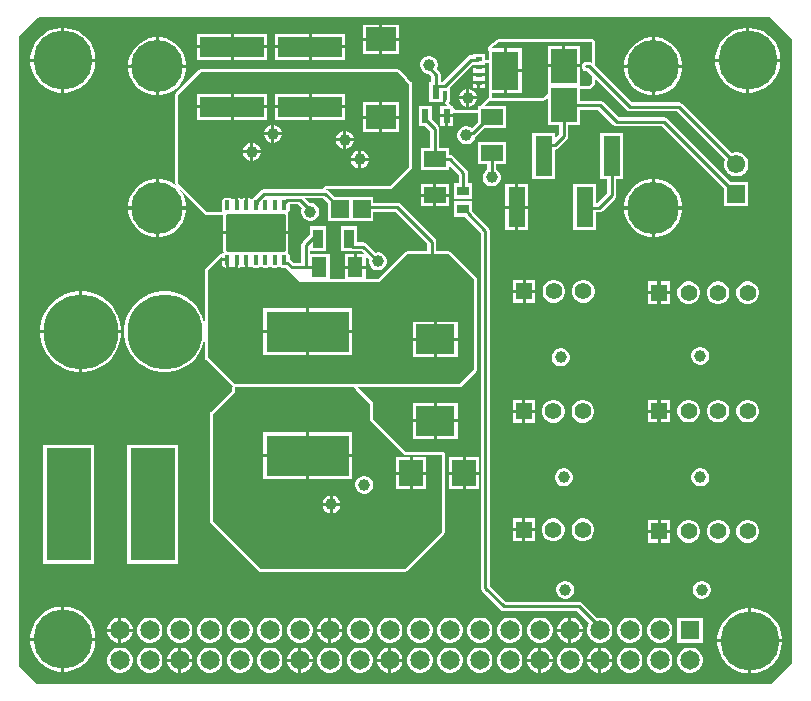
<source format=gbr>
G04*
G04 #@! TF.GenerationSoftware,Altium Limited,Altium Designer,23.10.1 (27)*
G04*
G04 Layer_Physical_Order=6*
G04 Layer_Color=16711680*
%FSLAX42Y42*%
%MOMM*%
G71*
G04*
G04 #@! TF.SameCoordinates,D45A84C9-24EE-431E-81B0-E16C7BED9CBD*
G04*
G04*
G04 #@! TF.FilePolarity,Positive*
G04*
G01*
G75*
%ADD17C,0.25*%
%ADD31C,1.65*%
%ADD32R,1.65X1.65*%
%ADD35C,1.55*%
%ADD36R,1.55X1.55*%
%ADD37C,1.40*%
%ADD38R,1.40X1.40*%
%ADD43C,6.35*%
%ADD44C,4.40*%
%ADD45R,3.81X9.53*%
%ADD46C,5.00*%
%ADD47C,1.00*%
%ADD48C,0.50*%
%ADD65R,2.25X2.85*%
%ADD66R,3.30X2.50*%
%ADD67R,7.00X3.50*%
%ADD68R,5.40X1.70*%
%ADD69R,2.50X2.00*%
%ADD70R,1.50X1.55*%
%ADD71R,2.05X2.20*%
%ADD72R,0.61X1.18*%
%ADD73R,2.30X3.30*%
%ADD74R,0.53X0.40*%
%ADD75R,0.86X1.61*%
%ADD76R,1.25X1.80*%
%ADD77R,1.85X1.35*%
%ADD78R,1.00X0.80*%
%ADD79R,1.45X3.40*%
G04:AMPARAMS|DCode=80|XSize=0.4mm|YSize=0.8mm|CornerRadius=0.05mm|HoleSize=0mm|Usage=FLASHONLY|Rotation=180.000|XOffset=0mm|YOffset=0mm|HoleType=Round|Shape=RoundedRectangle|*
%AMROUNDEDRECTD80*
21,1,0.40,0.70,0,0,180.0*
21,1,0.30,0.80,0,0,180.0*
1,1,0.10,-0.15,0.35*
1,1,0.10,0.15,0.35*
1,1,0.10,0.15,-0.35*
1,1,0.10,-0.15,-0.35*
%
%ADD80ROUNDEDRECTD80*%
G04:AMPARAMS|DCode=81|XSize=5mm|YSize=3.2mm|CornerRadius=0.05mm|HoleSize=0mm|Usage=FLASHONLY|Rotation=180.000|XOffset=0mm|YOffset=0mm|HoleType=Round|Shape=RoundedRectangle|*
%AMROUNDEDRECTD81*
21,1,5.00,3.10,0,0,180.0*
21,1,4.90,3.20,0,0,180.0*
1,1,0.10,-2.45,1.55*
1,1,0.10,2.45,1.55*
1,1,0.10,2.45,-1.55*
1,1,0.10,-2.45,-1.55*
%
%ADD81ROUNDEDRECTD81*%
G36*
X6172Y178D02*
Y-5105D01*
X5994Y-5283D01*
X-216Y-5283D01*
X-368Y-5131D01*
X-368Y203D01*
X-210Y362D01*
X-190Y368D01*
X5982D01*
X6172Y178D01*
D02*
G37*
%LPC*%
G36*
X2843Y303D02*
X2705D01*
Y190D01*
X2843D01*
Y303D01*
D02*
G37*
G36*
X2680D02*
X2542D01*
Y190D01*
X2680D01*
Y303D01*
D02*
G37*
G36*
X1731Y227D02*
X1448D01*
Y129D01*
X1731D01*
Y227D01*
D02*
G37*
G36*
X1422D02*
X1140D01*
Y129D01*
X1422D01*
Y227D01*
D02*
G37*
G36*
X2391Y226D02*
X2108D01*
Y128D01*
X2391D01*
Y226D01*
D02*
G37*
G36*
X2083D02*
X1800D01*
Y128D01*
X2083D01*
Y226D01*
D02*
G37*
G36*
X2843Y165D02*
X2705D01*
Y52D01*
X2843D01*
Y165D01*
D02*
G37*
G36*
X2680D02*
X2542D01*
Y52D01*
X2680D01*
Y165D01*
D02*
G37*
G36*
X5822Y275D02*
X5813D01*
Y13D01*
X6075D01*
Y22D01*
X6069Y64D01*
X6055Y106D01*
X6036Y144D01*
X6010Y179D01*
X5979Y210D01*
X5944Y236D01*
X5906Y255D01*
X5864Y269D01*
X5822Y275D01*
D02*
G37*
G36*
X5787D02*
X5778D01*
X5736Y269D01*
X5694Y255D01*
X5656Y236D01*
X5621Y210D01*
X5590Y179D01*
X5564Y144D01*
X5545Y106D01*
X5531Y64D01*
X5525Y22D01*
Y13D01*
X5787D01*
Y275D01*
D02*
G37*
G36*
X22D02*
X13D01*
Y13D01*
X275D01*
Y22D01*
X269Y64D01*
X255Y106D01*
X236Y144D01*
X210Y179D01*
X179Y210D01*
X144Y236D01*
X106Y255D01*
X64Y269D01*
X22Y275D01*
D02*
G37*
G36*
X-13D02*
X-22D01*
X-64Y269D01*
X-106Y255D01*
X-144Y236D01*
X-179Y210D01*
X-210Y179D01*
X-236Y144D01*
X-255Y106D01*
X-269Y64D01*
X-275Y22D01*
Y13D01*
X-13D01*
Y275D01*
D02*
G37*
G36*
X1731Y104D02*
X1448D01*
Y6D01*
X1731D01*
Y104D01*
D02*
G37*
G36*
X1422D02*
X1140D01*
Y6D01*
X1422D01*
Y104D01*
D02*
G37*
G36*
X2391Y103D02*
X2108D01*
Y5D01*
X2391D01*
Y103D01*
D02*
G37*
G36*
X2083D02*
X1800D01*
Y5D01*
X2083D01*
Y103D01*
D02*
G37*
G36*
X4481Y178D02*
X3698D01*
X3698Y178D01*
X3696D01*
X3694Y178D01*
X3693D01*
X3693Y178D01*
X3693Y178D01*
X3690Y178D01*
X3688Y177D01*
X3686Y176D01*
X3684Y175D01*
X3683Y175D01*
X3683Y175D01*
X3683Y174D01*
X3681Y173D01*
X3679Y172D01*
X3679Y172D01*
X3610Y123D01*
X3608Y121D01*
X3607Y120D01*
X3606Y120D01*
X3605Y117D01*
X3603Y115D01*
X3602Y114D01*
X3601Y111D01*
X3600Y108D01*
X3599Y106D01*
X3599Y105D01*
X3599Y101D01*
X3600Y97D01*
X3600Y96D01*
X3600Y95D01*
X3601Y92D01*
X3603Y87D01*
X3604Y87D01*
X3604Y86D01*
X3606Y83D01*
Y0D01*
X3574D01*
X3574Y0D01*
Y56D01*
X3534D01*
X3531Y57D01*
X3527Y56D01*
X3470D01*
Y46D01*
X3457D01*
X3442Y43D01*
X3430Y34D01*
X3216Y-180D01*
X3199D01*
Y-121D01*
X3196Y-106D01*
X3187Y-93D01*
X3166Y-72D01*
X3169Y-67D01*
X3174Y-48D01*
Y-28D01*
X3169Y-9D01*
X3159Y8D01*
X3145Y22D01*
X3128Y32D01*
X3109Y37D01*
X3089D01*
X3070Y32D01*
X3053Y22D01*
X3038Y8D01*
X3029Y-9D01*
X3023Y-28D01*
Y-48D01*
X3029Y-67D01*
X3038Y-84D01*
X3053Y-98D01*
X3070Y-108D01*
X3089Y-113D01*
X3097D01*
X3121Y-137D01*
Y-180D01*
X3104D01*
Y-349D01*
X3216D01*
Y-257D01*
X3232D01*
X3246Y-254D01*
X3251Y-252D01*
Y-332D01*
X3247Y-335D01*
X3246Y-338D01*
X3244Y-339D01*
X3243Y-341D01*
X3243Y-341D01*
D01*
X3242Y-343D01*
X3242Y-344D01*
X3242Y-344D01*
X3242Y-344D01*
X3239Y-351D01*
X3239Y-361D01*
X3242Y-367D01*
X3242Y-367D01*
X3242Y-368D01*
X3243Y-370D01*
D01*
X3243Y-370D01*
X3244Y-372D01*
X3246Y-374D01*
X3247Y-376D01*
X3254Y-382D01*
X3257Y-386D01*
X3195D01*
Y-457D01*
X3251D01*
X3307D01*
Y-435D01*
X3307Y-436D01*
X3309Y-437D01*
X3311Y-439D01*
X3313Y-440D01*
X3313Y-440D01*
X3316Y-441D01*
X3316Y-441D01*
X3316Y-441D01*
X3319Y-443D01*
X3320Y-443D01*
X3320Y-443D01*
X3320Y-443D01*
X3323Y-444D01*
X3323D01*
X3325Y-445D01*
X3327D01*
X3330Y-445D01*
X3503D01*
X3505Y-445D01*
X3508D01*
X3511Y-444D01*
X3513Y-443D01*
X3514Y-443D01*
Y-520D01*
X3461Y-574D01*
X3445Y-565D01*
X3426Y-560D01*
X3406D01*
X3387Y-565D01*
X3370Y-575D01*
X3356Y-589D01*
X3346Y-606D01*
X3341Y-625D01*
Y-645D01*
X3346Y-664D01*
X3356Y-681D01*
X3370Y-695D01*
X3387Y-705D01*
X3406Y-710D01*
X3426D01*
X3445Y-705D01*
X3463Y-695D01*
X3477Y-681D01*
X3487Y-664D01*
X3490Y-651D01*
X3502Y-643D01*
X3569Y-575D01*
X3750D01*
Y-390D01*
X3571D01*
X3621Y-340D01*
X3621Y-340D01*
X3623Y-341D01*
X3625Y-341D01*
X3628Y-342D01*
X3630Y-343D01*
X3633D01*
X3635Y-343D01*
X4061D01*
X4064Y-343D01*
X4067Y-343D01*
X4069Y-342D01*
D01*
D01*
X4069Y-342D01*
X4071Y-341D01*
X4071Y-341D01*
X4071Y-341D01*
X4073Y-341D01*
X4076Y-340D01*
X4076Y-340D01*
X4076Y-340D01*
X4078Y-339D01*
X4078Y-339D01*
D01*
D01*
X4080Y-337D01*
X4082Y-335D01*
X4084Y-334D01*
X4104Y-314D01*
Y-549D01*
X4203D01*
Y-628D01*
X4171Y-660D01*
Y-617D01*
X3975D01*
Y-1008D01*
X4171D01*
Y-755D01*
X4184Y-753D01*
X4196Y-745D01*
X4269Y-672D01*
X4278Y-659D01*
X4281Y-644D01*
Y-549D01*
X4380D01*
Y-420D01*
X4534D01*
X4662Y-548D01*
X4675Y-557D01*
X4677Y-557D01*
X4690Y-560D01*
X5077D01*
X5599Y-1082D01*
Y-1233D01*
X5805D01*
Y-1027D01*
X5654D01*
X5120Y-493D01*
X5108Y-485D01*
X5093Y-482D01*
X4706D01*
X4577Y-354D01*
X4565Y-345D01*
X4550Y-342D01*
X4380D01*
Y-242D01*
X4455D01*
X4458Y-241D01*
X4460Y-241D01*
X4463Y-241D01*
X4463D01*
X4463Y-241D01*
X4463D01*
X4465Y-240D01*
X4465Y-240D01*
X4465Y-240D01*
X4465Y-240D01*
X4468Y-239D01*
X4469Y-238D01*
X4470Y-238D01*
X4472Y-237D01*
X4472Y-237D01*
D01*
D01*
X4473Y-236D01*
X4473Y-236D01*
X4473Y-236D01*
X4474Y-236D01*
X4476Y-234D01*
X4477Y-233D01*
X4477Y-233D01*
D01*
X4478Y-232D01*
X4500Y-211D01*
X4501Y-208D01*
X4503Y-207D01*
X4504Y-205D01*
X4505Y-202D01*
X4505Y-202D01*
X4505Y-202D01*
X4506Y-200D01*
X4507Y-198D01*
X4507Y-198D01*
X4507Y-198D01*
X4508Y-195D01*
X4508Y-193D01*
Y-190D01*
X4509Y-188D01*
Y-157D01*
X4773Y-421D01*
X4786Y-430D01*
X4801Y-433D01*
X5200D01*
X5607Y-840D01*
X5606Y-841D01*
X5599Y-867D01*
Y-894D01*
X5606Y-920D01*
X5620Y-943D01*
X5639Y-963D01*
X5663Y-976D01*
X5689Y-983D01*
X5716D01*
X5742Y-976D01*
X5765Y-963D01*
X5785Y-943D01*
X5798Y-920D01*
X5805Y-894D01*
Y-867D01*
X5798Y-841D01*
X5785Y-817D01*
X5765Y-798D01*
X5742Y-784D01*
X5716Y-777D01*
X5689D01*
X5663Y-784D01*
X5662Y-785D01*
X5243Y-366D01*
X5231Y-358D01*
X5216Y-355D01*
X4817D01*
X4502Y-40D01*
X4503Y-38D01*
X4505Y-36D01*
X4506Y-34D01*
X4507Y-32D01*
X4508Y-29D01*
X4508Y-27D01*
Y-24D01*
X4509Y-22D01*
Y150D01*
X4508Y152D01*
Y155D01*
X4508Y157D01*
X4507Y159D01*
X4507Y160D01*
X4507Y160D01*
X4504Y166D01*
X4497Y174D01*
X4493Y175D01*
X4491Y176D01*
X4490Y176D01*
X4490Y176D01*
X4488Y177D01*
X4486Y178D01*
X4483D01*
X4481Y178D01*
D02*
G37*
G36*
X5024Y195D02*
X5013D01*
Y-37D01*
X5245D01*
Y-26D01*
X5236Y22D01*
X5217Y66D01*
X5191Y106D01*
X5156Y141D01*
X5116Y167D01*
X5072Y186D01*
X5024Y195D01*
D02*
G37*
G36*
X4987D02*
X4976D01*
X4928Y186D01*
X4884Y167D01*
X4844Y141D01*
X4809Y106D01*
X4783Y66D01*
X4764Y22D01*
X4755Y-26D01*
Y-37D01*
X4987D01*
Y195D01*
D02*
G37*
G36*
X824D02*
X813D01*
Y-37D01*
X1045D01*
Y-26D01*
X1036Y22D01*
X1017Y66D01*
X991Y106D01*
X956Y141D01*
X916Y167D01*
X872Y186D01*
X824Y195D01*
D02*
G37*
G36*
X787D02*
X776D01*
X728Y186D01*
X684Y167D01*
X644Y141D01*
X609Y106D01*
X583Y66D01*
X564Y22D01*
X555Y-26D01*
Y-37D01*
X787D01*
Y195D01*
D02*
G37*
G36*
X2830Y-76D02*
X1174D01*
X1173Y-76D01*
X1171Y-76D01*
X1168Y-76D01*
X1166Y-76D01*
X1164Y-77D01*
X1163Y-77D01*
X1163Y-77D01*
X1163Y-77D01*
X1161Y-78D01*
X1161Y-78D01*
X1161Y-78D01*
X1159Y-79D01*
X1157Y-79D01*
D01*
X1157Y-79D01*
X1155Y-81D01*
X1152Y-82D01*
X1150Y-84D01*
X1148Y-85D01*
X1146Y-87D01*
X1146Y-87D01*
X1146Y-87D01*
X961Y-272D01*
X960Y-274D01*
X958Y-276D01*
X957Y-278D01*
X956Y-280D01*
X956Y-281D01*
D01*
X954Y-284D01*
X954Y-285D01*
X954Y-285D01*
X954Y-285D01*
X953Y-287D01*
X952Y-290D01*
X952Y-292D01*
X952Y-295D01*
Y-1036D01*
X952Y-1036D01*
X952Y-1039D01*
X953Y-1041D01*
X953Y-1044D01*
X953Y-1046D01*
X954Y-1047D01*
X954Y-1047D01*
X954Y-1047D01*
X954Y-1049D01*
X954Y-1049D01*
X954Y-1049D01*
X955Y-1051D01*
X956Y-1053D01*
D01*
X956Y-1053D01*
X957Y-1055D01*
X958Y-1058D01*
X960Y-1059D01*
X961Y-1062D01*
X963Y-1063D01*
X963Y-1063D01*
X963Y-1063D01*
X1199Y-1299D01*
X1201Y-1301D01*
X1203Y-1302D01*
X1205Y-1303D01*
X1207Y-1305D01*
X1208Y-1305D01*
D01*
X1211Y-1306D01*
X1212Y-1307D01*
X1212Y-1307D01*
X1212Y-1307D01*
X1214Y-1307D01*
X1217Y-1308D01*
X1219Y-1308D01*
X1222Y-1309D01*
X1353D01*
X1353Y-1309D01*
X1355D01*
X1358Y-1308D01*
X1359D01*
Y-1446D01*
X1634D01*
X1910D01*
Y-1304D01*
X1908Y-1292D01*
X1906Y-1289D01*
X1911Y-1286D01*
X1918Y-1276D01*
X1920Y-1264D01*
Y-1220D01*
X1991D01*
X2025Y-1254D01*
X2020Y-1273D01*
Y-1293D01*
X2025Y-1312D01*
X2035Y-1329D01*
X2049Y-1343D01*
X2066Y-1353D01*
X2086Y-1358D01*
X2105D01*
X2125Y-1353D01*
X2142Y-1343D01*
X2156Y-1329D01*
X2166Y-1312D01*
X2171Y-1293D01*
Y-1273D01*
X2166Y-1254D01*
X2156Y-1236D01*
X2142Y-1222D01*
X2125Y-1212D01*
X2105Y-1207D01*
X2088D01*
X2050Y-1169D01*
X2206D01*
X2249Y-1212D01*
Y-1360D01*
X2630D01*
Y-1283D01*
X2816D01*
X3083Y-1550D01*
Y-1612D01*
X2921D01*
X2911Y-1614D01*
X2903Y-1620D01*
X2669Y-1854D01*
X2565D01*
Y-1765D01*
X2477D01*
X2389D01*
Y-1854D01*
X2259D01*
Y-1637D01*
X2096D01*
Y-1617D01*
X2229D01*
Y-1405D01*
X2092D01*
Y-1472D01*
X2030Y-1534D01*
X2022Y-1547D01*
X2019Y-1562D01*
Y-1714D01*
X1954D01*
X1929Y-1689D01*
X1920Y-1683D01*
Y-1654D01*
X1918Y-1642D01*
X1911Y-1632D01*
X1906Y-1629D01*
X1908Y-1626D01*
X1910Y-1614D01*
Y-1472D01*
X1634D01*
X1359D01*
Y-1614D01*
X1361Y-1626D01*
X1363Y-1629D01*
X1358Y-1632D01*
X1355Y-1637D01*
X1349Y-1635D01*
X1339Y-1637D01*
X1330Y-1643D01*
X1214Y-1760D01*
X1208Y-1768D01*
X1206Y-1778D01*
Y-2269D01*
X1198Y-2218D01*
X1181Y-2167D01*
X1157Y-2119D01*
X1125Y-2075D01*
X1087Y-2037D01*
X1043Y-2005D01*
X995Y-1981D01*
X944Y-1964D01*
X891Y-1956D01*
X837D01*
X783Y-1964D01*
X732Y-1981D01*
X684Y-2005D01*
X640Y-2037D01*
X602Y-2075D01*
X570Y-2119D01*
X546Y-2167D01*
X529Y-2218D01*
X521Y-2272D01*
Y-2326D01*
X529Y-2379D01*
X546Y-2430D01*
X570Y-2478D01*
X602Y-2522D01*
X640Y-2560D01*
X684Y-2592D01*
X732Y-2616D01*
X783Y-2633D01*
X837Y-2642D01*
X891D01*
X944Y-2633D01*
X995Y-2616D01*
X1043Y-2592D01*
X1087Y-2560D01*
X1125Y-2522D01*
X1157Y-2478D01*
X1181Y-2430D01*
X1198Y-2379D01*
X1206Y-2329D01*
Y-2515D01*
X1208Y-2525D01*
X1214Y-2533D01*
X1438Y-2757D01*
X1437Y-2759D01*
X1437Y-2761D01*
X1436Y-2764D01*
X1435Y-2766D01*
Y-2769D01*
X1435Y-2771D01*
Y-2796D01*
X1253Y-2977D01*
X1252Y-2979D01*
X1250Y-2981D01*
X1249Y-2983D01*
X1249Y-2983D01*
X1248Y-2985D01*
X1248Y-2985D01*
X1248Y-2986D01*
X1246Y-2989D01*
X1246Y-2990D01*
X1246Y-2990D01*
X1246Y-2990D01*
X1245Y-2992D01*
Y-2992D01*
X1245Y-2995D01*
Y-2997D01*
X1244Y-3000D01*
Y-3896D01*
X1245Y-3899D01*
X1245Y-3901D01*
X1245Y-3904D01*
D01*
D01*
X1245Y-3904D01*
X1246Y-3906D01*
X1246Y-3906D01*
X1246Y-3906D01*
X1247Y-3908D01*
X1248Y-3910D01*
X1248Y-3911D01*
X1248Y-3911D01*
X1249Y-3913D01*
X1249Y-3913D01*
D01*
D01*
X1250Y-3915D01*
X1252Y-3917D01*
X1253Y-3919D01*
X1656Y-4322D01*
X1658Y-4323D01*
X1660Y-4325D01*
X1662Y-4326D01*
X1662Y-4326D01*
X1665Y-4327D01*
X1665Y-4327D01*
X1665Y-4327D01*
X1668Y-4329D01*
X1669Y-4329D01*
X1669Y-4329D01*
X1669Y-4329D01*
X1672Y-4330D01*
X1672D01*
X1674Y-4331D01*
X1676D01*
X1679Y-4331D01*
X2893D01*
X2896Y-4331D01*
X2898Y-4331D01*
X2900Y-4330D01*
D01*
D01*
X2900Y-4330D01*
X2903Y-4329D01*
X2903Y-4329D01*
X2903Y-4329D01*
X2905Y-4328D01*
X2907Y-4327D01*
X2907Y-4327D01*
X2907Y-4327D01*
X2910Y-4326D01*
X2910Y-4326D01*
D01*
D01*
X2912Y-4325D01*
X2914Y-4323D01*
X2916Y-4322D01*
X3230Y-4008D01*
X3231Y-4006D01*
X3233Y-4004D01*
X3234Y-4002D01*
X3234Y-4002D01*
X3235Y-4000D01*
X3235Y-4000D01*
X3235Y-3999D01*
X3237Y-3996D01*
X3237Y-3995D01*
X3237Y-3995D01*
X3237Y-3995D01*
X3238Y-3993D01*
Y-3993D01*
X3238Y-3990D01*
Y-3988D01*
X3239Y-3985D01*
Y-3343D01*
X3238Y-3340D01*
Y-3338D01*
X3238Y-3335D01*
X3237Y-3333D01*
X3237Y-3333D01*
X3237Y-3332D01*
X3234Y-3326D01*
X3227Y-3319D01*
X3221Y-3316D01*
X3220Y-3316D01*
X3220Y-3316D01*
X3218Y-3315D01*
X3216Y-3315D01*
X3213D01*
X3211Y-3314D01*
X2906D01*
X2629Y-3037D01*
Y-2911D01*
X2629Y-2908D01*
X2629Y-2906D01*
X2628Y-2903D01*
D01*
D01*
X2628Y-2903D01*
X2627Y-2901D01*
X2627Y-2901D01*
X2627Y-2901D01*
X2627Y-2899D01*
X2626Y-2897D01*
X2626Y-2897D01*
X2626Y-2896D01*
X2625Y-2894D01*
X2625Y-2894D01*
D01*
D01*
X2623Y-2892D01*
X2621Y-2890D01*
X2620Y-2888D01*
X2501Y-2769D01*
X3353D01*
X3363Y-2767D01*
X3371Y-2762D01*
X3498Y-2635D01*
X3504Y-2626D01*
X3506Y-2616D01*
Y-1854D01*
X3504Y-1844D01*
X3498Y-1836D01*
X3282Y-1620D01*
X3274Y-1614D01*
X3264Y-1612D01*
X3160D01*
Y-1534D01*
X3157Y-1519D01*
X3149Y-1507D01*
X2860Y-1217D01*
X2847Y-1209D01*
X2832Y-1206D01*
X2630D01*
Y-1154D01*
X2302D01*
X2250Y-1103D01*
X2237Y-1094D01*
X2229Y-1093D01*
D01*
X2763D01*
X2764Y-1093D01*
X2766Y-1093D01*
X2769Y-1092D01*
X2771Y-1092D01*
X2773Y-1091D01*
X2774Y-1091D01*
X2774Y-1091D01*
X2774Y-1091D01*
X2776Y-1091D01*
X2776Y-1091D01*
X2776Y-1091D01*
X2778Y-1090D01*
X2780Y-1089D01*
D01*
X2780Y-1089D01*
X2782Y-1088D01*
X2785Y-1087D01*
X2787Y-1085D01*
X2789Y-1083D01*
X2791Y-1082D01*
X2791Y-1082D01*
X2791Y-1082D01*
X2950Y-922D01*
X2952Y-920D01*
X2953Y-918D01*
X2954Y-916D01*
X2956Y-913D01*
X2956Y-913D01*
D01*
X2957Y-910D01*
X2958Y-909D01*
X2958Y-909D01*
X2958Y-909D01*
X2958Y-907D01*
X2959Y-904D01*
X2959Y-902D01*
X2960Y-899D01*
Y-208D01*
X2960Y-208D01*
X2960Y-206D01*
X2959Y-203D01*
X2959Y-201D01*
X2958Y-198D01*
X2958Y-198D01*
X2958Y-198D01*
X2958Y-198D01*
X2958Y-196D01*
X2958Y-196D01*
X2958Y-196D01*
X2957Y-194D01*
X2956Y-192D01*
D01*
X2956Y-191D01*
X2954Y-189D01*
X2953Y-187D01*
X2952Y-185D01*
X2950Y-183D01*
X2948Y-181D01*
X2948Y-181D01*
X2948Y-181D01*
X2915Y-148D01*
X2852Y-85D01*
X2850Y-84D01*
X2848Y-82D01*
X2846Y-81D01*
X2844Y-79D01*
X2844Y-79D01*
D01*
X2840Y-78D01*
X2840Y-78D01*
X2840Y-78D01*
X2839Y-78D01*
X2837Y-77D01*
X2835Y-76D01*
X2832Y-76D01*
X2830Y-76D01*
D02*
G37*
G36*
X6075Y-13D02*
X5813D01*
Y-275D01*
X5822D01*
X5864Y-269D01*
X5906Y-255D01*
X5944Y-236D01*
X5979Y-210D01*
X6010Y-179D01*
X6036Y-144D01*
X6055Y-106D01*
X6069Y-64D01*
X6075Y-22D01*
Y-13D01*
D02*
G37*
G36*
X5787D02*
X5525D01*
Y-22D01*
X5531Y-64D01*
X5545Y-106D01*
X5564Y-144D01*
X5590Y-179D01*
X5621Y-210D01*
X5656Y-236D01*
X5694Y-255D01*
X5736Y-269D01*
X5778Y-275D01*
X5787D01*
Y-13D01*
D02*
G37*
G36*
X275D02*
X13D01*
Y-275D01*
X22D01*
X64Y-269D01*
X106Y-255D01*
X144Y-236D01*
X179Y-210D01*
X210Y-179D01*
X236Y-144D01*
X255Y-106D01*
X269Y-64D01*
X275Y-22D01*
Y-13D01*
D02*
G37*
G36*
X-13D02*
X-275D01*
Y-22D01*
X-269Y-64D01*
X-255Y-106D01*
X-236Y-144D01*
X-210Y-179D01*
X-179Y-210D01*
X-144Y-236D01*
X-106Y-255D01*
X-64Y-269D01*
X-22Y-275D01*
X-13D01*
Y-13D01*
D02*
G37*
G36*
X5245Y-63D02*
X5013D01*
Y-295D01*
X5024D01*
X5072Y-286D01*
X5116Y-267D01*
X5156Y-241D01*
X5191Y-206D01*
X5217Y-166D01*
X5236Y-122D01*
X5245Y-74D01*
Y-63D01*
D02*
G37*
G36*
X4987D02*
X4755D01*
Y-74D01*
X4764Y-122D01*
X4783Y-166D01*
X4809Y-206D01*
X4844Y-241D01*
X4884Y-267D01*
X4928Y-286D01*
X4976Y-295D01*
X4987D01*
Y-63D01*
D02*
G37*
G36*
X1045D02*
X813D01*
Y-295D01*
X824D01*
X872Y-286D01*
X916Y-267D01*
X956Y-241D01*
X991Y-206D01*
X1017Y-166D01*
X1036Y-122D01*
X1045Y-74D01*
Y-63D01*
D02*
G37*
G36*
X787D02*
X555D01*
Y-74D01*
X564Y-122D01*
X583Y-166D01*
X609Y-206D01*
X644Y-241D01*
X684Y-267D01*
X728Y-286D01*
X776Y-295D01*
X787D01*
Y-63D01*
D02*
G37*
G36*
X3307Y-483D02*
X3264D01*
Y-554D01*
X3307D01*
Y-483D01*
D02*
G37*
G36*
X3238D02*
X3195D01*
Y-554D01*
X3238D01*
Y-483D01*
D02*
G37*
G36*
X3750Y-695D02*
X3514D01*
Y-880D01*
X3593D01*
Y-926D01*
X3586Y-930D01*
X3572Y-944D01*
X3562Y-961D01*
X3557Y-981D01*
Y-1001D01*
X3562Y-1020D01*
X3572Y-1037D01*
X3586Y-1051D01*
X3603Y-1061D01*
X3622Y-1066D01*
X3642D01*
X3661Y-1061D01*
X3678Y-1051D01*
X3693Y-1037D01*
X3702Y-1020D01*
X3708Y-1001D01*
Y-981D01*
X3702Y-961D01*
X3693Y-944D01*
X3678Y-930D01*
X3671Y-926D01*
Y-880D01*
X3750D01*
Y-695D01*
D02*
G37*
G36*
X3267Y-1050D02*
X3162D01*
Y-1130D01*
X3267D01*
Y-1050D01*
D02*
G37*
G36*
X3137D02*
X3032D01*
Y-1130D01*
X3137D01*
Y-1050D01*
D02*
G37*
G36*
X3124Y-386D02*
X3012D01*
Y-554D01*
X3069D01*
X3111Y-596D01*
Y-745D01*
X3032D01*
Y-931D01*
X3267D01*
Y-884D01*
X3352Y-969D01*
Y-1042D01*
X3315D01*
Y-1173D01*
X3466D01*
Y-1042D01*
X3430D01*
Y-952D01*
X3427Y-938D01*
X3418Y-925D01*
X3304Y-811D01*
X3291Y-802D01*
X3276Y-799D01*
X3267D01*
Y-745D01*
X3188D01*
Y-580D01*
X3185Y-565D01*
X3177Y-552D01*
X3124Y-499D01*
Y-386D01*
D02*
G37*
G36*
X4746Y-617D02*
X4550D01*
Y-1008D01*
X4609D01*
Y-1127D01*
X4527Y-1209D01*
X4517D01*
Y-1049D01*
X4322D01*
Y-1440D01*
X4517D01*
Y-1287D01*
X4543D01*
X4558Y-1284D01*
X4571Y-1275D01*
X4676Y-1170D01*
X4684Y-1158D01*
X4687Y-1143D01*
Y-1008D01*
X4746D01*
Y-617D01*
D02*
G37*
G36*
X3942Y-1049D02*
X3857D01*
Y-1232D01*
X3942D01*
Y-1049D01*
D02*
G37*
G36*
X3832D02*
X3747D01*
Y-1232D01*
X3832D01*
Y-1049D01*
D02*
G37*
G36*
X3267Y-1156D02*
X3162D01*
Y-1236D01*
X3267D01*
Y-1156D01*
D02*
G37*
G36*
X3137D02*
X3032D01*
Y-1236D01*
X3137D01*
Y-1156D01*
D02*
G37*
G36*
X5024Y-1005D02*
X5013D01*
Y-1237D01*
X5245D01*
Y-1226D01*
X5236Y-1178D01*
X5217Y-1134D01*
X5191Y-1094D01*
X5156Y-1059D01*
X5116Y-1033D01*
X5072Y-1014D01*
X5024Y-1005D01*
D02*
G37*
G36*
X4987D02*
X4976D01*
X4928Y-1014D01*
X4884Y-1033D01*
X4844Y-1059D01*
X4809Y-1094D01*
X4783Y-1134D01*
X4764Y-1178D01*
X4755Y-1226D01*
Y-1237D01*
X4987D01*
Y-1005D01*
D02*
G37*
G36*
X824D02*
X813D01*
Y-1237D01*
X1045D01*
Y-1226D01*
X1036Y-1178D01*
X1017Y-1134D01*
X991Y-1094D01*
X956Y-1059D01*
X916Y-1033D01*
X872Y-1014D01*
X824Y-1005D01*
D02*
G37*
G36*
X787D02*
X776D01*
X728Y-1014D01*
X684Y-1033D01*
X644Y-1059D01*
X609Y-1094D01*
X583Y-1134D01*
X564Y-1178D01*
X555Y-1226D01*
Y-1237D01*
X787D01*
Y-1005D01*
D02*
G37*
G36*
X3942Y-1257D02*
X3857D01*
Y-1440D01*
X3942D01*
Y-1257D01*
D02*
G37*
G36*
X3832D02*
X3747D01*
Y-1440D01*
X3832D01*
Y-1257D01*
D02*
G37*
G36*
X5245Y-1263D02*
X5013D01*
Y-1495D01*
X5024D01*
X5072Y-1486D01*
X5116Y-1467D01*
X5156Y-1441D01*
X5191Y-1406D01*
X5217Y-1366D01*
X5236Y-1322D01*
X5245Y-1274D01*
Y-1263D01*
D02*
G37*
G36*
X4987D02*
X4755D01*
Y-1274D01*
X4764Y-1322D01*
X4783Y-1366D01*
X4809Y-1406D01*
X4844Y-1441D01*
X4884Y-1467D01*
X4928Y-1486D01*
X4976Y-1495D01*
X4987D01*
Y-1263D01*
D02*
G37*
G36*
X1045D02*
X813D01*
Y-1495D01*
X824D01*
X872Y-1486D01*
X916Y-1467D01*
X956Y-1441D01*
X991Y-1406D01*
X1017Y-1366D01*
X1036Y-1322D01*
X1045Y-1274D01*
Y-1263D01*
D02*
G37*
G36*
X787D02*
X555D01*
Y-1274D01*
X564Y-1322D01*
X583Y-1366D01*
X609Y-1406D01*
X644Y-1441D01*
X684Y-1467D01*
X728Y-1486D01*
X776Y-1495D01*
X787D01*
Y-1263D01*
D02*
G37*
G36*
X2464Y-1637D02*
X2389D01*
Y-1740D01*
X2464D01*
Y-1637D01*
D02*
G37*
G36*
X2494Y-1405D02*
X2357D01*
Y-1617D01*
X2452D01*
X2456Y-1618D01*
X2530D01*
X2549Y-1637D01*
X2489D01*
Y-1740D01*
X2565D01*
Y-1653D01*
X2594Y-1683D01*
X2592Y-1692D01*
Y-1712D01*
X2597Y-1731D01*
X2607Y-1748D01*
X2621Y-1762D01*
X2638Y-1772D01*
X2657Y-1777D01*
X2677D01*
X2696Y-1772D01*
X2713Y-1762D01*
X2727Y-1748D01*
X2737Y-1731D01*
X2742Y-1712D01*
Y-1692D01*
X2737Y-1673D01*
X2727Y-1656D01*
X2713Y-1641D01*
X2696Y-1632D01*
X2677Y-1626D01*
X2657D01*
X2650Y-1628D01*
X2573Y-1552D01*
X2561Y-1543D01*
X2546Y-1540D01*
X2494D01*
Y-1405D01*
D02*
G37*
G36*
X4002Y-1860D02*
X3920D01*
Y-1943D01*
X4002D01*
Y-1860D01*
D02*
G37*
G36*
X3894D02*
X3812D01*
Y-1943D01*
X3894D01*
Y-1860D01*
D02*
G37*
G36*
X5143Y-1871D02*
X5061D01*
Y-1954D01*
X5143D01*
Y-1871D01*
D02*
G37*
G36*
X5035D02*
X4953D01*
Y-1954D01*
X5035D01*
Y-1871D01*
D02*
G37*
G36*
X4419Y-1860D02*
X4394D01*
X4370Y-1867D01*
X4348Y-1879D01*
X4331Y-1897D01*
X4318Y-1919D01*
X4312Y-1943D01*
Y-1968D01*
X4318Y-1993D01*
X4331Y-2014D01*
X4348Y-2032D01*
X4370Y-2045D01*
X4394Y-2051D01*
X4419D01*
X4444Y-2045D01*
X4465Y-2032D01*
X4483Y-2014D01*
X4496Y-1993D01*
X4502Y-1968D01*
Y-1943D01*
X4496Y-1919D01*
X4483Y-1897D01*
X4465Y-1879D01*
X4444Y-1867D01*
X4419Y-1860D01*
D02*
G37*
G36*
X4169D02*
X4144D01*
X4120Y-1867D01*
X4098Y-1879D01*
X4081Y-1897D01*
X4068Y-1919D01*
X4062Y-1943D01*
Y-1968D01*
X4068Y-1993D01*
X4081Y-2014D01*
X4098Y-2032D01*
X4120Y-2045D01*
X4144Y-2051D01*
X4169D01*
X4194Y-2045D01*
X4215Y-2032D01*
X4233Y-2014D01*
X4246Y-1993D01*
X4252Y-1968D01*
Y-1943D01*
X4246Y-1919D01*
X4233Y-1897D01*
X4215Y-1879D01*
X4194Y-1867D01*
X4169Y-1860D01*
D02*
G37*
G36*
X4002Y-1968D02*
X3920D01*
Y-2051D01*
X4002D01*
Y-1968D01*
D02*
G37*
G36*
X3894D02*
X3812D01*
Y-2051D01*
X3894D01*
Y-1968D01*
D02*
G37*
G36*
X5810Y-1871D02*
X5785D01*
X5761Y-1878D01*
X5739Y-1890D01*
X5722Y-1908D01*
X5709Y-1930D01*
X5703Y-1954D01*
Y-1979D01*
X5709Y-2004D01*
X5722Y-2025D01*
X5739Y-2043D01*
X5761Y-2056D01*
X5785Y-2062D01*
X5810D01*
X5835Y-2056D01*
X5856Y-2043D01*
X5874Y-2025D01*
X5887Y-2004D01*
X5893Y-1979D01*
Y-1954D01*
X5887Y-1930D01*
X5874Y-1908D01*
X5856Y-1890D01*
X5835Y-1878D01*
X5810Y-1871D01*
D02*
G37*
G36*
X5560D02*
X5535D01*
X5511Y-1878D01*
X5489Y-1890D01*
X5472Y-1908D01*
X5459Y-1930D01*
X5453Y-1954D01*
Y-1979D01*
X5459Y-2004D01*
X5472Y-2025D01*
X5489Y-2043D01*
X5511Y-2056D01*
X5535Y-2062D01*
X5560D01*
X5585Y-2056D01*
X5606Y-2043D01*
X5624Y-2025D01*
X5637Y-2004D01*
X5643Y-1979D01*
Y-1954D01*
X5637Y-1930D01*
X5624Y-1908D01*
X5606Y-1890D01*
X5585Y-1878D01*
X5560Y-1871D01*
D02*
G37*
G36*
X5310D02*
X5285D01*
X5261Y-1878D01*
X5239Y-1890D01*
X5222Y-1908D01*
X5209Y-1930D01*
X5203Y-1954D01*
Y-1979D01*
X5209Y-2004D01*
X5222Y-2025D01*
X5239Y-2043D01*
X5261Y-2056D01*
X5285Y-2062D01*
X5310D01*
X5335Y-2056D01*
X5356Y-2043D01*
X5374Y-2025D01*
X5387Y-2004D01*
X5393Y-1979D01*
Y-1954D01*
X5387Y-1930D01*
X5374Y-1908D01*
X5356Y-1890D01*
X5335Y-1878D01*
X5310Y-1871D01*
D02*
G37*
G36*
X5143Y-1980D02*
X5061D01*
Y-2062D01*
X5143D01*
Y-1980D01*
D02*
G37*
G36*
X5035D02*
X4953D01*
Y-2062D01*
X5035D01*
Y-1980D01*
D02*
G37*
G36*
X179Y-1956D02*
X165D01*
Y-2286D01*
X495D01*
Y-2272D01*
X487Y-2218D01*
X470Y-2167D01*
X446Y-2119D01*
X414Y-2075D01*
X376Y-2037D01*
X332Y-2005D01*
X284Y-1981D01*
X233Y-1964D01*
X179Y-1956D01*
D02*
G37*
G36*
X140D02*
X125D01*
X72Y-1964D01*
X21Y-1981D01*
X-27Y-2005D01*
X-71Y-2037D01*
X-109Y-2075D01*
X-141Y-2119D01*
X-165Y-2167D01*
X-182Y-2218D01*
X-190Y-2272D01*
Y-2286D01*
X140D01*
Y-1956D01*
D02*
G37*
G36*
X5407Y-2426D02*
X5388D01*
X5368Y-2432D01*
X5351Y-2442D01*
X5337Y-2456D01*
X5327Y-2473D01*
X5322Y-2492D01*
Y-2512D01*
X5327Y-2531D01*
X5337Y-2548D01*
X5351Y-2562D01*
X5368Y-2572D01*
X5388Y-2577D01*
X5407D01*
X5427Y-2572D01*
X5444Y-2562D01*
X5458Y-2548D01*
X5468Y-2531D01*
X5473Y-2512D01*
Y-2492D01*
X5468Y-2473D01*
X5458Y-2456D01*
X5444Y-2442D01*
X5427Y-2432D01*
X5407Y-2426D01*
D02*
G37*
G36*
X4226Y-2439D02*
X4206D01*
X4187Y-2444D01*
X4170Y-2454D01*
X4156Y-2468D01*
X4146Y-2485D01*
X4141Y-2505D01*
Y-2525D01*
X4146Y-2544D01*
X4156Y-2561D01*
X4170Y-2575D01*
X4187Y-2585D01*
X4206Y-2590D01*
X4226D01*
X4246Y-2585D01*
X4263Y-2575D01*
X4277Y-2561D01*
X4287Y-2544D01*
X4292Y-2525D01*
Y-2505D01*
X4287Y-2485D01*
X4277Y-2468D01*
X4263Y-2454D01*
X4246Y-2444D01*
X4226Y-2439D01*
D02*
G37*
G36*
X495Y-2311D02*
X165D01*
Y-2642D01*
X179D01*
X233Y-2633D01*
X284Y-2616D01*
X332Y-2592D01*
X376Y-2560D01*
X414Y-2522D01*
X446Y-2478D01*
X470Y-2430D01*
X487Y-2379D01*
X495Y-2326D01*
Y-2311D01*
D02*
G37*
G36*
X140D02*
X-190D01*
Y-2326D01*
X-182Y-2379D01*
X-165Y-2430D01*
X-141Y-2478D01*
X-109Y-2522D01*
X-71Y-2560D01*
X-27Y-2592D01*
X21Y-2616D01*
X72Y-2633D01*
X125Y-2642D01*
X140D01*
Y-2311D01*
D02*
G37*
G36*
X5143Y-2875D02*
X5061D01*
Y-2957D01*
X5143D01*
Y-2875D01*
D02*
G37*
G36*
X5035D02*
X4953D01*
Y-2957D01*
X5035D01*
Y-2875D01*
D02*
G37*
G36*
X3998Y-2876D02*
X3916D01*
Y-2959D01*
X3998D01*
Y-2876D01*
D02*
G37*
G36*
X3890D02*
X3808D01*
Y-2959D01*
X3890D01*
Y-2876D01*
D02*
G37*
G36*
X3342Y-2902D02*
X3165D01*
Y-3040D01*
X3342D01*
Y-2902D01*
D02*
G37*
G36*
X3139D02*
X2961D01*
Y-3040D01*
X3139D01*
Y-2902D01*
D02*
G37*
G36*
X5810Y-2875D02*
X5785D01*
X5761Y-2881D01*
X5739Y-2894D01*
X5722Y-2912D01*
X5709Y-2933D01*
X5703Y-2958D01*
Y-2983D01*
X5709Y-3007D01*
X5722Y-3029D01*
X5739Y-3046D01*
X5761Y-3059D01*
X5785Y-3066D01*
X5810D01*
X5835Y-3059D01*
X5856Y-3046D01*
X5874Y-3029D01*
X5887Y-3007D01*
X5893Y-2983D01*
Y-2958D01*
X5887Y-2933D01*
X5874Y-2912D01*
X5856Y-2894D01*
X5835Y-2881D01*
X5810Y-2875D01*
D02*
G37*
G36*
X5560D02*
X5535D01*
X5511Y-2881D01*
X5489Y-2894D01*
X5472Y-2912D01*
X5459Y-2933D01*
X5453Y-2958D01*
Y-2983D01*
X5459Y-3007D01*
X5472Y-3029D01*
X5489Y-3046D01*
X5511Y-3059D01*
X5535Y-3066D01*
X5560D01*
X5585Y-3059D01*
X5606Y-3046D01*
X5624Y-3029D01*
X5637Y-3007D01*
X5643Y-2983D01*
Y-2958D01*
X5637Y-2933D01*
X5624Y-2912D01*
X5606Y-2894D01*
X5585Y-2881D01*
X5560Y-2875D01*
D02*
G37*
G36*
X5310D02*
X5285D01*
X5261Y-2881D01*
X5239Y-2894D01*
X5222Y-2912D01*
X5209Y-2933D01*
X5203Y-2958D01*
Y-2983D01*
X5209Y-3007D01*
X5222Y-3029D01*
X5239Y-3046D01*
X5261Y-3059D01*
X5285Y-3066D01*
X5310D01*
X5335Y-3059D01*
X5356Y-3046D01*
X5374Y-3029D01*
X5387Y-3007D01*
X5393Y-2983D01*
Y-2958D01*
X5387Y-2933D01*
X5374Y-2912D01*
X5356Y-2894D01*
X5335Y-2881D01*
X5310Y-2875D01*
D02*
G37*
G36*
X5143Y-2983D02*
X5061D01*
Y-3066D01*
X5143D01*
Y-2983D01*
D02*
G37*
G36*
X5035D02*
X4953D01*
Y-3066D01*
X5035D01*
Y-2983D01*
D02*
G37*
G36*
X4415Y-2876D02*
X4390D01*
X4366Y-2883D01*
X4344Y-2895D01*
X4327Y-2913D01*
X4314Y-2935D01*
X4308Y-2959D01*
Y-2984D01*
X4314Y-3009D01*
X4327Y-3030D01*
X4344Y-3048D01*
X4366Y-3061D01*
X4390Y-3067D01*
X4415D01*
X4440Y-3061D01*
X4461Y-3048D01*
X4479Y-3030D01*
X4492Y-3009D01*
X4498Y-2984D01*
Y-2959D01*
X4492Y-2935D01*
X4479Y-2913D01*
X4461Y-2895D01*
X4440Y-2883D01*
X4415Y-2876D01*
D02*
G37*
G36*
X4165D02*
X4140D01*
X4116Y-2883D01*
X4094Y-2895D01*
X4077Y-2913D01*
X4064Y-2935D01*
X4058Y-2959D01*
Y-2984D01*
X4064Y-3009D01*
X4077Y-3030D01*
X4094Y-3048D01*
X4116Y-3061D01*
X4140Y-3067D01*
X4165D01*
X4190Y-3061D01*
X4211Y-3048D01*
X4229Y-3030D01*
X4242Y-3009D01*
X4248Y-2984D01*
Y-2959D01*
X4242Y-2935D01*
X4229Y-2913D01*
X4211Y-2895D01*
X4190Y-2883D01*
X4165Y-2876D01*
D02*
G37*
G36*
X3998Y-2984D02*
X3916D01*
Y-3067D01*
X3998D01*
Y-2984D01*
D02*
G37*
G36*
X3890D02*
X3808D01*
Y-3067D01*
X3890D01*
Y-2984D01*
D02*
G37*
G36*
X3342Y-3065D02*
X3165D01*
Y-3203D01*
X3342D01*
Y-3065D01*
D02*
G37*
G36*
X3139D02*
X2961D01*
Y-3203D01*
X3139D01*
Y-3065D01*
D02*
G37*
G36*
X3527Y-3360D02*
X3411D01*
Y-3482D01*
X3527D01*
Y-3360D01*
D02*
G37*
G36*
X3386D02*
X3271D01*
Y-3482D01*
X3386D01*
Y-3360D01*
D02*
G37*
G36*
X5407Y-3455D02*
X5388D01*
X5368Y-3460D01*
X5351Y-3470D01*
X5337Y-3484D01*
X5327Y-3501D01*
X5322Y-3521D01*
Y-3541D01*
X5327Y-3560D01*
X5337Y-3577D01*
X5351Y-3591D01*
X5368Y-3601D01*
X5388Y-3606D01*
X5407D01*
X5427Y-3601D01*
X5444Y-3591D01*
X5458Y-3577D01*
X5468Y-3560D01*
X5473Y-3541D01*
Y-3521D01*
X5468Y-3501D01*
X5458Y-3484D01*
X5444Y-3470D01*
X5427Y-3460D01*
X5407Y-3455D01*
D02*
G37*
G36*
X4252D02*
X4232D01*
X4213Y-3460D01*
X4196Y-3470D01*
X4181Y-3484D01*
X4172Y-3501D01*
X4166Y-3521D01*
Y-3541D01*
X4172Y-3560D01*
X4181Y-3577D01*
X4196Y-3591D01*
X4213Y-3601D01*
X4232Y-3606D01*
X4252D01*
X4271Y-3601D01*
X4288Y-3591D01*
X4302Y-3577D01*
X4312Y-3560D01*
X4317Y-3541D01*
Y-3521D01*
X4312Y-3501D01*
X4302Y-3484D01*
X4288Y-3470D01*
X4271Y-3460D01*
X4252Y-3455D01*
D02*
G37*
G36*
X3527Y-3508D02*
X3411D01*
Y-3630D01*
X3527D01*
Y-3508D01*
D02*
G37*
G36*
X3386D02*
X3271D01*
Y-3630D01*
X3386D01*
Y-3508D01*
D02*
G37*
G36*
X3998Y-3878D02*
X3916D01*
Y-3961D01*
X3998D01*
Y-3878D01*
D02*
G37*
G36*
X3890D02*
X3808D01*
Y-3961D01*
X3890D01*
Y-3878D01*
D02*
G37*
G36*
X5145Y-3892D02*
X5063D01*
Y-3975D01*
X5145D01*
Y-3892D01*
D02*
G37*
G36*
X5037D02*
X4954D01*
Y-3975D01*
X5037D01*
Y-3892D01*
D02*
G37*
G36*
X4415Y-3878D02*
X4390D01*
X4366Y-3885D01*
X4344Y-3897D01*
X4327Y-3915D01*
X4314Y-3937D01*
X4308Y-3961D01*
Y-3986D01*
X4314Y-4010D01*
X4327Y-4032D01*
X4344Y-4050D01*
X4366Y-4062D01*
X4390Y-4069D01*
X4415D01*
X4440Y-4062D01*
X4461Y-4050D01*
X4479Y-4032D01*
X4492Y-4010D01*
X4498Y-3986D01*
Y-3961D01*
X4492Y-3937D01*
X4479Y-3915D01*
X4461Y-3897D01*
X4440Y-3885D01*
X4415Y-3878D01*
D02*
G37*
G36*
X4165D02*
X4140D01*
X4116Y-3885D01*
X4094Y-3897D01*
X4077Y-3915D01*
X4064Y-3937D01*
X4058Y-3961D01*
Y-3986D01*
X4064Y-4010D01*
X4077Y-4032D01*
X4094Y-4050D01*
X4116Y-4062D01*
X4140Y-4069D01*
X4165D01*
X4190Y-4062D01*
X4211Y-4050D01*
X4229Y-4032D01*
X4242Y-4010D01*
X4248Y-3986D01*
Y-3961D01*
X4242Y-3937D01*
X4229Y-3915D01*
X4211Y-3897D01*
X4190Y-3885D01*
X4165Y-3878D01*
D02*
G37*
G36*
X3998Y-3986D02*
X3916D01*
Y-4069D01*
X3998D01*
Y-3986D01*
D02*
G37*
G36*
X3890D02*
X3808D01*
Y-4069D01*
X3890D01*
Y-3986D01*
D02*
G37*
G36*
X5812Y-3892D02*
X5787D01*
X5763Y-3899D01*
X5741Y-3911D01*
X5724Y-3929D01*
X5711Y-3951D01*
X5704Y-3975D01*
Y-4000D01*
X5711Y-4025D01*
X5724Y-4046D01*
X5741Y-4064D01*
X5763Y-4077D01*
X5787Y-4083D01*
X5812D01*
X5837Y-4077D01*
X5858Y-4064D01*
X5876Y-4046D01*
X5889Y-4025D01*
X5895Y-4000D01*
Y-3975D01*
X5889Y-3951D01*
X5876Y-3929D01*
X5858Y-3911D01*
X5837Y-3899D01*
X5812Y-3892D01*
D02*
G37*
G36*
X5562D02*
X5537D01*
X5513Y-3899D01*
X5491Y-3911D01*
X5474Y-3929D01*
X5461Y-3951D01*
X5454Y-3975D01*
Y-4000D01*
X5461Y-4025D01*
X5474Y-4046D01*
X5491Y-4064D01*
X5513Y-4077D01*
X5537Y-4083D01*
X5562D01*
X5587Y-4077D01*
X5608Y-4064D01*
X5626Y-4046D01*
X5639Y-4025D01*
X5645Y-4000D01*
Y-3975D01*
X5639Y-3951D01*
X5626Y-3929D01*
X5608Y-3911D01*
X5587Y-3899D01*
X5562Y-3892D01*
D02*
G37*
G36*
X5312D02*
X5287D01*
X5263Y-3899D01*
X5241Y-3911D01*
X5224Y-3929D01*
X5211Y-3951D01*
X5204Y-3975D01*
Y-4000D01*
X5211Y-4025D01*
X5224Y-4046D01*
X5241Y-4064D01*
X5263Y-4077D01*
X5287Y-4083D01*
X5312D01*
X5337Y-4077D01*
X5358Y-4064D01*
X5376Y-4046D01*
X5389Y-4025D01*
X5395Y-4000D01*
Y-3975D01*
X5389Y-3951D01*
X5376Y-3929D01*
X5358Y-3911D01*
X5337Y-3899D01*
X5312Y-3892D01*
D02*
G37*
G36*
X5145Y-4000D02*
X5063D01*
Y-4083D01*
X5145D01*
Y-4000D01*
D02*
G37*
G36*
X5037D02*
X4954D01*
Y-4083D01*
X5037D01*
Y-4000D01*
D02*
G37*
G36*
X978Y-3258D02*
X546D01*
Y-4261D01*
X978D01*
Y-3258D01*
D02*
G37*
G36*
X267D02*
X-165D01*
Y-4261D01*
X267D01*
Y-3258D01*
D02*
G37*
G36*
X5420Y-4408D02*
X5400D01*
X5381Y-4413D01*
X5364Y-4423D01*
X5350Y-4437D01*
X5340Y-4454D01*
X5335Y-4473D01*
Y-4493D01*
X5340Y-4512D01*
X5350Y-4529D01*
X5364Y-4543D01*
X5381Y-4553D01*
X5400Y-4558D01*
X5420D01*
X5439Y-4553D01*
X5456Y-4543D01*
X5471Y-4529D01*
X5480Y-4512D01*
X5486Y-4493D01*
Y-4473D01*
X5480Y-4454D01*
X5471Y-4437D01*
X5456Y-4423D01*
X5439Y-4413D01*
X5420Y-4408D01*
D02*
G37*
G36*
X4264D02*
X4245D01*
X4225Y-4413D01*
X4208Y-4423D01*
X4194Y-4437D01*
X4184Y-4454D01*
X4179Y-4473D01*
Y-4493D01*
X4184Y-4512D01*
X4194Y-4529D01*
X4208Y-4543D01*
X4225Y-4553D01*
X4245Y-4558D01*
X4264D01*
X4284Y-4553D01*
X4301Y-4543D01*
X4315Y-4529D01*
X4325Y-4512D01*
X4330Y-4493D01*
Y-4473D01*
X4325Y-4454D01*
X4315Y-4437D01*
X4301Y-4423D01*
X4284Y-4413D01*
X4264Y-4408D01*
D02*
G37*
G36*
X4307Y-4718D02*
X4305D01*
Y-4813D01*
X4401D01*
Y-4812D01*
X4393Y-4784D01*
X4379Y-4760D01*
X4359Y-4740D01*
X4334Y-4725D01*
X4307Y-4718D01*
D02*
G37*
G36*
X4280D02*
X4278D01*
X4251Y-4725D01*
X4226Y-4740D01*
X4206Y-4760D01*
X4192Y-4784D01*
X4185Y-4812D01*
Y-4813D01*
X4280D01*
Y-4718D01*
D02*
G37*
G36*
X2275D02*
X2273D01*
Y-4813D01*
X2368D01*
Y-4812D01*
X2361Y-4784D01*
X2347Y-4760D01*
X2327Y-4740D01*
X2302Y-4725D01*
X2275Y-4718D01*
D02*
G37*
G36*
X2248D02*
X2246D01*
X2219Y-4725D01*
X2194Y-4740D01*
X2174Y-4760D01*
X2160Y-4784D01*
X2153Y-4812D01*
Y-4813D01*
X2248D01*
Y-4718D01*
D02*
G37*
G36*
X497D02*
X495D01*
Y-4813D01*
X591D01*
Y-4812D01*
X583Y-4784D01*
X569Y-4760D01*
X549Y-4740D01*
X524Y-4725D01*
X497Y-4718D01*
D02*
G37*
G36*
X470D02*
X468D01*
X441Y-4725D01*
X416Y-4740D01*
X396Y-4760D01*
X382Y-4784D01*
X375Y-4812D01*
Y-4813D01*
X470D01*
Y-4718D01*
D02*
G37*
G36*
X22Y-4625D02*
X13D01*
Y-4887D01*
X275D01*
Y-4878D01*
X269Y-4836D01*
X255Y-4794D01*
X236Y-4756D01*
X210Y-4721D01*
X179Y-4690D01*
X144Y-4664D01*
X106Y-4645D01*
X64Y-4631D01*
X22Y-4625D01*
D02*
G37*
G36*
X-13D02*
X-22D01*
X-64Y-4631D01*
X-106Y-4645D01*
X-144Y-4664D01*
X-179Y-4690D01*
X-210Y-4721D01*
X-236Y-4756D01*
X-255Y-4794D01*
X-269Y-4836D01*
X-275Y-4878D01*
Y-4887D01*
X-13D01*
Y-4625D01*
D02*
G37*
G36*
X5838Y-4640D02*
X5829D01*
Y-4902D01*
X6092D01*
Y-4893D01*
X6085Y-4850D01*
X6072Y-4809D01*
X6052Y-4771D01*
X6027Y-4735D01*
X5996Y-4705D01*
X5961Y-4679D01*
X5922Y-4660D01*
X5881Y-4646D01*
X5838Y-4640D01*
D02*
G37*
G36*
X5804D02*
X5795D01*
X5752Y-4646D01*
X5711Y-4660D01*
X5672Y-4679D01*
X5637Y-4705D01*
X5607Y-4735D01*
X5581Y-4771D01*
X5561Y-4809D01*
X5548Y-4850D01*
X5541Y-4893D01*
Y-4902D01*
X5804D01*
Y-4640D01*
D02*
G37*
G36*
X5417Y-4718D02*
X5201D01*
Y-4934D01*
X5417D01*
Y-4718D01*
D02*
G37*
G36*
X5069D02*
X5040D01*
X5013Y-4725D01*
X4988Y-4740D01*
X4968Y-4760D01*
X4954Y-4784D01*
X4947Y-4812D01*
Y-4840D01*
X4954Y-4868D01*
X4968Y-4892D01*
X4988Y-4912D01*
X5013Y-4927D01*
X5040Y-4934D01*
X5069D01*
X5096Y-4927D01*
X5121Y-4912D01*
X5141Y-4892D01*
X5155Y-4868D01*
X5162Y-4840D01*
Y-4812D01*
X5155Y-4784D01*
X5141Y-4760D01*
X5121Y-4740D01*
X5096Y-4725D01*
X5069Y-4718D01*
D02*
G37*
G36*
X4815D02*
X4786D01*
X4759Y-4725D01*
X4734Y-4740D01*
X4714Y-4760D01*
X4700Y-4784D01*
X4693Y-4812D01*
Y-4840D01*
X4700Y-4868D01*
X4714Y-4892D01*
X4734Y-4912D01*
X4759Y-4927D01*
X4786Y-4934D01*
X4815D01*
X4842Y-4927D01*
X4867Y-4912D01*
X4887Y-4892D01*
X4901Y-4868D01*
X4908Y-4840D01*
Y-4812D01*
X4901Y-4784D01*
X4887Y-4760D01*
X4867Y-4740D01*
X4842Y-4725D01*
X4815Y-4718D01*
D02*
G37*
G36*
X3466Y-1192D02*
X3315D01*
Y-1323D01*
X3401D01*
X3537Y-1458D01*
Y-4465D01*
X3540Y-4480D01*
X3548Y-4492D01*
X3706Y-4650D01*
X3719Y-4659D01*
X3734Y-4662D01*
X4353D01*
X4457Y-4766D01*
X4446Y-4784D01*
X4439Y-4812D01*
Y-4840D01*
X4446Y-4868D01*
X4460Y-4892D01*
X4480Y-4912D01*
X4505Y-4927D01*
X4532Y-4934D01*
X4561D01*
X4588Y-4927D01*
X4613Y-4912D01*
X4633Y-4892D01*
X4647Y-4868D01*
X4654Y-4840D01*
Y-4812D01*
X4647Y-4784D01*
X4633Y-4760D01*
X4613Y-4740D01*
X4588Y-4725D01*
X4561Y-4718D01*
X4532D01*
X4522Y-4721D01*
X4396Y-4595D01*
X4384Y-4587D01*
X4369Y-4584D01*
X3750D01*
X3615Y-4449D01*
Y-1442D01*
X3612Y-1427D01*
X3603Y-1415D01*
X3466Y-1278D01*
Y-1192D01*
D02*
G37*
G36*
X4401Y-4839D02*
X4305D01*
Y-4934D01*
X4307D01*
X4334Y-4927D01*
X4359Y-4912D01*
X4379Y-4892D01*
X4393Y-4868D01*
X4401Y-4840D01*
Y-4839D01*
D02*
G37*
G36*
X4280D02*
X4185D01*
Y-4840D01*
X4192Y-4868D01*
X4206Y-4892D01*
X4226Y-4912D01*
X4251Y-4927D01*
X4278Y-4934D01*
X4280D01*
Y-4839D01*
D02*
G37*
G36*
X4053Y-4718D02*
X4024D01*
X3997Y-4725D01*
X3972Y-4740D01*
X3952Y-4760D01*
X3938Y-4784D01*
X3931Y-4812D01*
Y-4840D01*
X3938Y-4868D01*
X3952Y-4892D01*
X3972Y-4912D01*
X3997Y-4927D01*
X4024Y-4934D01*
X4053D01*
X4080Y-4927D01*
X4105Y-4912D01*
X4125Y-4892D01*
X4139Y-4868D01*
X4147Y-4840D01*
Y-4812D01*
X4139Y-4784D01*
X4125Y-4760D01*
X4105Y-4740D01*
X4080Y-4725D01*
X4053Y-4718D01*
D02*
G37*
G36*
X3799D02*
X3770D01*
X3743Y-4725D01*
X3718Y-4740D01*
X3698Y-4760D01*
X3684Y-4784D01*
X3677Y-4812D01*
Y-4840D01*
X3684Y-4868D01*
X3698Y-4892D01*
X3718Y-4912D01*
X3743Y-4927D01*
X3770Y-4934D01*
X3799D01*
X3826Y-4927D01*
X3851Y-4912D01*
X3871Y-4892D01*
X3885Y-4868D01*
X3892Y-4840D01*
Y-4812D01*
X3885Y-4784D01*
X3871Y-4760D01*
X3851Y-4740D01*
X3826Y-4725D01*
X3799Y-4718D01*
D02*
G37*
G36*
X3545D02*
X3516D01*
X3489Y-4725D01*
X3464Y-4740D01*
X3444Y-4760D01*
X3430Y-4784D01*
X3423Y-4812D01*
Y-4840D01*
X3430Y-4868D01*
X3444Y-4892D01*
X3464Y-4912D01*
X3489Y-4927D01*
X3516Y-4934D01*
X3545D01*
X3572Y-4927D01*
X3597Y-4912D01*
X3617Y-4892D01*
X3631Y-4868D01*
X3638Y-4840D01*
Y-4812D01*
X3631Y-4784D01*
X3617Y-4760D01*
X3597Y-4740D01*
X3572Y-4725D01*
X3545Y-4718D01*
D02*
G37*
G36*
X3291D02*
X3262D01*
X3235Y-4725D01*
X3210Y-4740D01*
X3190Y-4760D01*
X3176Y-4784D01*
X3169Y-4812D01*
Y-4840D01*
X3176Y-4868D01*
X3190Y-4892D01*
X3210Y-4912D01*
X3235Y-4927D01*
X3262Y-4934D01*
X3291D01*
X3318Y-4927D01*
X3343Y-4912D01*
X3363Y-4892D01*
X3377Y-4868D01*
X3385Y-4840D01*
Y-4812D01*
X3377Y-4784D01*
X3363Y-4760D01*
X3343Y-4740D01*
X3318Y-4725D01*
X3291Y-4718D01*
D02*
G37*
G36*
X3037D02*
X3008D01*
X2981Y-4725D01*
X2956Y-4740D01*
X2936Y-4760D01*
X2922Y-4784D01*
X2915Y-4812D01*
Y-4840D01*
X2922Y-4868D01*
X2936Y-4892D01*
X2956Y-4912D01*
X2981Y-4927D01*
X3008Y-4934D01*
X3037D01*
X3064Y-4927D01*
X3089Y-4912D01*
X3109Y-4892D01*
X3123Y-4868D01*
X3131Y-4840D01*
Y-4812D01*
X3123Y-4784D01*
X3109Y-4760D01*
X3089Y-4740D01*
X3064Y-4725D01*
X3037Y-4718D01*
D02*
G37*
G36*
X2783D02*
X2754D01*
X2727Y-4725D01*
X2702Y-4740D01*
X2682Y-4760D01*
X2668Y-4784D01*
X2661Y-4812D01*
Y-4840D01*
X2668Y-4868D01*
X2682Y-4892D01*
X2702Y-4912D01*
X2727Y-4927D01*
X2754Y-4934D01*
X2783D01*
X2810Y-4927D01*
X2835Y-4912D01*
X2855Y-4892D01*
X2869Y-4868D01*
X2876Y-4840D01*
Y-4812D01*
X2869Y-4784D01*
X2855Y-4760D01*
X2835Y-4740D01*
X2810Y-4725D01*
X2783Y-4718D01*
D02*
G37*
G36*
X2529D02*
X2500D01*
X2473Y-4725D01*
X2448Y-4740D01*
X2428Y-4760D01*
X2414Y-4784D01*
X2407Y-4812D01*
Y-4840D01*
X2414Y-4868D01*
X2428Y-4892D01*
X2448Y-4912D01*
X2473Y-4927D01*
X2500Y-4934D01*
X2529D01*
X2556Y-4927D01*
X2581Y-4912D01*
X2601Y-4892D01*
X2615Y-4868D01*
X2623Y-4840D01*
Y-4812D01*
X2615Y-4784D01*
X2601Y-4760D01*
X2581Y-4740D01*
X2556Y-4725D01*
X2529Y-4718D01*
D02*
G37*
G36*
X2368Y-4839D02*
X2273D01*
Y-4934D01*
X2275D01*
X2302Y-4927D01*
X2327Y-4912D01*
X2347Y-4892D01*
X2361Y-4868D01*
X2368Y-4840D01*
Y-4839D01*
D02*
G37*
G36*
X2248D02*
X2153D01*
Y-4840D01*
X2160Y-4868D01*
X2174Y-4892D01*
X2194Y-4912D01*
X2219Y-4927D01*
X2246Y-4934D01*
X2248D01*
Y-4839D01*
D02*
G37*
G36*
X2021Y-4718D02*
X1992D01*
X1965Y-4725D01*
X1940Y-4740D01*
X1920Y-4760D01*
X1906Y-4784D01*
X1899Y-4812D01*
Y-4840D01*
X1906Y-4868D01*
X1920Y-4892D01*
X1940Y-4912D01*
X1965Y-4927D01*
X1992Y-4934D01*
X2021D01*
X2048Y-4927D01*
X2073Y-4912D01*
X2093Y-4892D01*
X2107Y-4868D01*
X2115Y-4840D01*
Y-4812D01*
X2107Y-4784D01*
X2093Y-4760D01*
X2073Y-4740D01*
X2048Y-4725D01*
X2021Y-4718D01*
D02*
G37*
G36*
X1767D02*
X1738D01*
X1711Y-4725D01*
X1686Y-4740D01*
X1666Y-4760D01*
X1652Y-4784D01*
X1645Y-4812D01*
Y-4840D01*
X1652Y-4868D01*
X1666Y-4892D01*
X1686Y-4912D01*
X1711Y-4927D01*
X1738Y-4934D01*
X1767D01*
X1794Y-4927D01*
X1819Y-4912D01*
X1839Y-4892D01*
X1853Y-4868D01*
X1860Y-4840D01*
Y-4812D01*
X1853Y-4784D01*
X1839Y-4760D01*
X1819Y-4740D01*
X1794Y-4725D01*
X1767Y-4718D01*
D02*
G37*
G36*
X1513D02*
X1484D01*
X1457Y-4725D01*
X1432Y-4740D01*
X1412Y-4760D01*
X1398Y-4784D01*
X1391Y-4812D01*
Y-4840D01*
X1398Y-4868D01*
X1412Y-4892D01*
X1432Y-4912D01*
X1457Y-4927D01*
X1484Y-4934D01*
X1513D01*
X1540Y-4927D01*
X1565Y-4912D01*
X1585Y-4892D01*
X1599Y-4868D01*
X1607Y-4840D01*
Y-4812D01*
X1599Y-4784D01*
X1585Y-4760D01*
X1565Y-4740D01*
X1540Y-4725D01*
X1513Y-4718D01*
D02*
G37*
G36*
X1259D02*
X1230D01*
X1203Y-4725D01*
X1178Y-4740D01*
X1158Y-4760D01*
X1144Y-4784D01*
X1137Y-4812D01*
Y-4840D01*
X1144Y-4868D01*
X1158Y-4892D01*
X1178Y-4912D01*
X1203Y-4927D01*
X1230Y-4934D01*
X1259D01*
X1286Y-4927D01*
X1311Y-4912D01*
X1331Y-4892D01*
X1345Y-4868D01*
X1352Y-4840D01*
Y-4812D01*
X1345Y-4784D01*
X1331Y-4760D01*
X1311Y-4740D01*
X1286Y-4725D01*
X1259Y-4718D01*
D02*
G37*
G36*
X1005D02*
X976D01*
X949Y-4725D01*
X924Y-4740D01*
X904Y-4760D01*
X890Y-4784D01*
X883Y-4812D01*
Y-4840D01*
X890Y-4868D01*
X904Y-4892D01*
X924Y-4912D01*
X949Y-4927D01*
X976Y-4934D01*
X1005D01*
X1032Y-4927D01*
X1057Y-4912D01*
X1077Y-4892D01*
X1091Y-4868D01*
X1098Y-4840D01*
Y-4812D01*
X1091Y-4784D01*
X1077Y-4760D01*
X1057Y-4740D01*
X1032Y-4725D01*
X1005Y-4718D01*
D02*
G37*
G36*
X751D02*
X722D01*
X695Y-4725D01*
X670Y-4740D01*
X650Y-4760D01*
X636Y-4784D01*
X629Y-4812D01*
Y-4840D01*
X636Y-4868D01*
X650Y-4892D01*
X670Y-4912D01*
X695Y-4927D01*
X722Y-4934D01*
X751D01*
X778Y-4927D01*
X803Y-4912D01*
X823Y-4892D01*
X837Y-4868D01*
X844Y-4840D01*
Y-4812D01*
X837Y-4784D01*
X823Y-4760D01*
X803Y-4740D01*
X778Y-4725D01*
X751Y-4718D01*
D02*
G37*
G36*
X591Y-4839D02*
X495D01*
Y-4934D01*
X497D01*
X524Y-4927D01*
X549Y-4912D01*
X569Y-4892D01*
X583Y-4868D01*
X591Y-4840D01*
Y-4839D01*
D02*
G37*
G36*
X470D02*
X375D01*
Y-4840D01*
X382Y-4868D01*
X396Y-4892D01*
X416Y-4912D01*
X441Y-4927D01*
X468Y-4934D01*
X470D01*
Y-4839D01*
D02*
G37*
G36*
X4561Y-4972D02*
X4559D01*
Y-5067D01*
X4654D01*
Y-5066D01*
X4647Y-5038D01*
X4633Y-5014D01*
X4613Y-4994D01*
X4588Y-4979D01*
X4561Y-4972D01*
D02*
G37*
G36*
X4534D02*
X4532D01*
X4505Y-4979D01*
X4480Y-4994D01*
X4460Y-5014D01*
X4446Y-5038D01*
X4439Y-5066D01*
Y-5067D01*
X4534D01*
Y-4972D01*
D02*
G37*
G36*
X4053D02*
X4051D01*
Y-5067D01*
X4147D01*
Y-5066D01*
X4139Y-5038D01*
X4125Y-5014D01*
X4105Y-4994D01*
X4080Y-4979D01*
X4053Y-4972D01*
D02*
G37*
G36*
X4026D02*
X4024D01*
X3997Y-4979D01*
X3972Y-4994D01*
X3952Y-5014D01*
X3938Y-5038D01*
X3931Y-5066D01*
Y-5067D01*
X4026D01*
Y-4972D01*
D02*
G37*
G36*
X2783D02*
X2781D01*
Y-5067D01*
X2876D01*
Y-5066D01*
X2869Y-5038D01*
X2855Y-5014D01*
X2835Y-4994D01*
X2810Y-4979D01*
X2783Y-4972D01*
D02*
G37*
G36*
X2756D02*
X2754D01*
X2727Y-4979D01*
X2702Y-4994D01*
X2682Y-5014D01*
X2668Y-5038D01*
X2661Y-5066D01*
Y-5067D01*
X2756D01*
Y-4972D01*
D02*
G37*
G36*
X2021D02*
X2019D01*
Y-5067D01*
X2115D01*
Y-5066D01*
X2107Y-5038D01*
X2093Y-5014D01*
X2073Y-4994D01*
X2048Y-4979D01*
X2021Y-4972D01*
D02*
G37*
G36*
X1994D02*
X1992D01*
X1965Y-4979D01*
X1940Y-4994D01*
X1920Y-5014D01*
X1906Y-5038D01*
X1899Y-5066D01*
Y-5067D01*
X1994D01*
Y-4972D01*
D02*
G37*
G36*
X1005D02*
X1003D01*
Y-5067D01*
X1098D01*
Y-5066D01*
X1091Y-5038D01*
X1077Y-5014D01*
X1057Y-4994D01*
X1032Y-4979D01*
X1005Y-4972D01*
D02*
G37*
G36*
X978D02*
X976D01*
X949Y-4979D01*
X924Y-4994D01*
X904Y-5014D01*
X890Y-5038D01*
X883Y-5066D01*
Y-5067D01*
X978D01*
Y-4972D01*
D02*
G37*
G36*
X275Y-4913D02*
X13D01*
Y-5175D01*
X22D01*
X64Y-5169D01*
X106Y-5155D01*
X144Y-5136D01*
X179Y-5110D01*
X210Y-5079D01*
X236Y-5044D01*
X255Y-5006D01*
X269Y-4964D01*
X275Y-4922D01*
Y-4913D01*
D02*
G37*
G36*
X-13D02*
X-275D01*
Y-4922D01*
X-269Y-4964D01*
X-255Y-5006D01*
X-236Y-5044D01*
X-210Y-5079D01*
X-179Y-5110D01*
X-144Y-5136D01*
X-106Y-5155D01*
X-64Y-5169D01*
X-22Y-5175D01*
X-13D01*
Y-4913D01*
D02*
G37*
G36*
X5323Y-4972D02*
X5294D01*
X5267Y-4979D01*
X5242Y-4994D01*
X5222Y-5014D01*
X5208Y-5038D01*
X5201Y-5066D01*
Y-5094D01*
X5208Y-5122D01*
X5222Y-5146D01*
X5242Y-5166D01*
X5267Y-5181D01*
X5294Y-5188D01*
X5323D01*
X5350Y-5181D01*
X5375Y-5166D01*
X5395Y-5146D01*
X5409Y-5122D01*
X5417Y-5094D01*
Y-5066D01*
X5409Y-5038D01*
X5395Y-5014D01*
X5375Y-4994D01*
X5350Y-4979D01*
X5323Y-4972D01*
D02*
G37*
G36*
X5069D02*
X5040D01*
X5013Y-4979D01*
X4988Y-4994D01*
X4968Y-5014D01*
X4954Y-5038D01*
X4947Y-5066D01*
Y-5094D01*
X4954Y-5122D01*
X4968Y-5146D01*
X4988Y-5166D01*
X5013Y-5181D01*
X5040Y-5188D01*
X5069D01*
X5096Y-5181D01*
X5121Y-5166D01*
X5141Y-5146D01*
X5155Y-5122D01*
X5162Y-5094D01*
Y-5066D01*
X5155Y-5038D01*
X5141Y-5014D01*
X5121Y-4994D01*
X5096Y-4979D01*
X5069Y-4972D01*
D02*
G37*
G36*
X4815D02*
X4786D01*
X4759Y-4979D01*
X4734Y-4994D01*
X4714Y-5014D01*
X4700Y-5038D01*
X4693Y-5066D01*
Y-5094D01*
X4700Y-5122D01*
X4714Y-5146D01*
X4734Y-5166D01*
X4759Y-5181D01*
X4786Y-5188D01*
X4815D01*
X4842Y-5181D01*
X4867Y-5166D01*
X4887Y-5146D01*
X4901Y-5122D01*
X4908Y-5094D01*
Y-5066D01*
X4901Y-5038D01*
X4887Y-5014D01*
X4867Y-4994D01*
X4842Y-4979D01*
X4815Y-4972D01*
D02*
G37*
G36*
X4654Y-5093D02*
X4559D01*
Y-5188D01*
X4561D01*
X4588Y-5181D01*
X4613Y-5166D01*
X4633Y-5146D01*
X4647Y-5122D01*
X4654Y-5094D01*
Y-5093D01*
D02*
G37*
G36*
X4534D02*
X4439D01*
Y-5094D01*
X4446Y-5122D01*
X4460Y-5146D01*
X4480Y-5166D01*
X4505Y-5181D01*
X4532Y-5188D01*
X4534D01*
Y-5093D01*
D02*
G37*
G36*
X4307Y-4972D02*
X4278D01*
X4251Y-4979D01*
X4226Y-4994D01*
X4206Y-5014D01*
X4192Y-5038D01*
X4185Y-5066D01*
Y-5094D01*
X4192Y-5122D01*
X4206Y-5146D01*
X4226Y-5166D01*
X4251Y-5181D01*
X4278Y-5188D01*
X4307D01*
X4334Y-5181D01*
X4359Y-5166D01*
X4379Y-5146D01*
X4393Y-5122D01*
X4401Y-5094D01*
Y-5066D01*
X4393Y-5038D01*
X4379Y-5014D01*
X4359Y-4994D01*
X4334Y-4979D01*
X4307Y-4972D01*
D02*
G37*
G36*
X4147Y-5093D02*
X4051D01*
Y-5188D01*
X4053D01*
X4080Y-5181D01*
X4105Y-5166D01*
X4125Y-5146D01*
X4139Y-5122D01*
X4147Y-5094D01*
Y-5093D01*
D02*
G37*
G36*
X4026D02*
X3931D01*
Y-5094D01*
X3938Y-5122D01*
X3952Y-5146D01*
X3972Y-5166D01*
X3997Y-5181D01*
X4024Y-5188D01*
X4026D01*
Y-5093D01*
D02*
G37*
G36*
X3799Y-4972D02*
X3770D01*
X3743Y-4979D01*
X3718Y-4994D01*
X3698Y-5014D01*
X3684Y-5038D01*
X3677Y-5066D01*
Y-5094D01*
X3684Y-5122D01*
X3698Y-5146D01*
X3718Y-5166D01*
X3743Y-5181D01*
X3770Y-5188D01*
X3799D01*
X3826Y-5181D01*
X3851Y-5166D01*
X3871Y-5146D01*
X3885Y-5122D01*
X3892Y-5094D01*
Y-5066D01*
X3885Y-5038D01*
X3871Y-5014D01*
X3851Y-4994D01*
X3826Y-4979D01*
X3799Y-4972D01*
D02*
G37*
G36*
X3545D02*
X3516D01*
X3489Y-4979D01*
X3464Y-4994D01*
X3444Y-5014D01*
X3430Y-5038D01*
X3423Y-5066D01*
Y-5094D01*
X3430Y-5122D01*
X3444Y-5146D01*
X3464Y-5166D01*
X3489Y-5181D01*
X3516Y-5188D01*
X3545D01*
X3572Y-5181D01*
X3597Y-5166D01*
X3617Y-5146D01*
X3631Y-5122D01*
X3638Y-5094D01*
Y-5066D01*
X3631Y-5038D01*
X3617Y-5014D01*
X3597Y-4994D01*
X3572Y-4979D01*
X3545Y-4972D01*
D02*
G37*
G36*
X3291D02*
X3262D01*
X3235Y-4979D01*
X3210Y-4994D01*
X3190Y-5014D01*
X3176Y-5038D01*
X3169Y-5066D01*
Y-5094D01*
X3176Y-5122D01*
X3190Y-5146D01*
X3210Y-5166D01*
X3235Y-5181D01*
X3262Y-5188D01*
X3291D01*
X3318Y-5181D01*
X3343Y-5166D01*
X3363Y-5146D01*
X3377Y-5122D01*
X3385Y-5094D01*
Y-5066D01*
X3377Y-5038D01*
X3363Y-5014D01*
X3343Y-4994D01*
X3318Y-4979D01*
X3291Y-4972D01*
D02*
G37*
G36*
X3037D02*
X3008D01*
X2981Y-4979D01*
X2956Y-4994D01*
X2936Y-5014D01*
X2922Y-5038D01*
X2915Y-5066D01*
Y-5094D01*
X2922Y-5122D01*
X2936Y-5146D01*
X2956Y-5166D01*
X2981Y-5181D01*
X3008Y-5188D01*
X3037D01*
X3064Y-5181D01*
X3089Y-5166D01*
X3109Y-5146D01*
X3123Y-5122D01*
X3131Y-5094D01*
Y-5066D01*
X3123Y-5038D01*
X3109Y-5014D01*
X3089Y-4994D01*
X3064Y-4979D01*
X3037Y-4972D01*
D02*
G37*
G36*
X2876Y-5093D02*
X2781D01*
Y-5188D01*
X2783D01*
X2810Y-5181D01*
X2835Y-5166D01*
X2855Y-5146D01*
X2869Y-5122D01*
X2876Y-5094D01*
Y-5093D01*
D02*
G37*
G36*
X2756D02*
X2661D01*
Y-5094D01*
X2668Y-5122D01*
X2682Y-5146D01*
X2702Y-5166D01*
X2727Y-5181D01*
X2754Y-5188D01*
X2756D01*
Y-5093D01*
D02*
G37*
G36*
X2529Y-4972D02*
X2500D01*
X2473Y-4979D01*
X2448Y-4994D01*
X2428Y-5014D01*
X2414Y-5038D01*
X2407Y-5066D01*
Y-5094D01*
X2414Y-5122D01*
X2428Y-5146D01*
X2448Y-5166D01*
X2473Y-5181D01*
X2500Y-5188D01*
X2529D01*
X2556Y-5181D01*
X2581Y-5166D01*
X2601Y-5146D01*
X2615Y-5122D01*
X2623Y-5094D01*
Y-5066D01*
X2615Y-5038D01*
X2601Y-5014D01*
X2581Y-4994D01*
X2556Y-4979D01*
X2529Y-4972D01*
D02*
G37*
G36*
X2275D02*
X2246D01*
X2219Y-4979D01*
X2194Y-4994D01*
X2174Y-5014D01*
X2160Y-5038D01*
X2153Y-5066D01*
Y-5094D01*
X2160Y-5122D01*
X2174Y-5146D01*
X2194Y-5166D01*
X2219Y-5181D01*
X2246Y-5188D01*
X2275D01*
X2302Y-5181D01*
X2327Y-5166D01*
X2347Y-5146D01*
X2361Y-5122D01*
X2368Y-5094D01*
Y-5066D01*
X2361Y-5038D01*
X2347Y-5014D01*
X2327Y-4994D01*
X2302Y-4979D01*
X2275Y-4972D01*
D02*
G37*
G36*
X2115Y-5093D02*
X2019D01*
Y-5188D01*
X2021D01*
X2048Y-5181D01*
X2073Y-5166D01*
X2093Y-5146D01*
X2107Y-5122D01*
X2115Y-5094D01*
Y-5093D01*
D02*
G37*
G36*
X1994D02*
X1899D01*
Y-5094D01*
X1906Y-5122D01*
X1920Y-5146D01*
X1940Y-5166D01*
X1965Y-5181D01*
X1992Y-5188D01*
X1994D01*
Y-5093D01*
D02*
G37*
G36*
X1767Y-4972D02*
X1738D01*
X1711Y-4979D01*
X1686Y-4994D01*
X1666Y-5014D01*
X1652Y-5038D01*
X1645Y-5066D01*
Y-5094D01*
X1652Y-5122D01*
X1666Y-5146D01*
X1686Y-5166D01*
X1711Y-5181D01*
X1738Y-5188D01*
X1767D01*
X1794Y-5181D01*
X1819Y-5166D01*
X1839Y-5146D01*
X1853Y-5122D01*
X1860Y-5094D01*
Y-5066D01*
X1853Y-5038D01*
X1839Y-5014D01*
X1819Y-4994D01*
X1794Y-4979D01*
X1767Y-4972D01*
D02*
G37*
G36*
X1513D02*
X1484D01*
X1457Y-4979D01*
X1432Y-4994D01*
X1412Y-5014D01*
X1398Y-5038D01*
X1391Y-5066D01*
Y-5094D01*
X1398Y-5122D01*
X1412Y-5146D01*
X1432Y-5166D01*
X1457Y-5181D01*
X1484Y-5188D01*
X1513D01*
X1540Y-5181D01*
X1565Y-5166D01*
X1585Y-5146D01*
X1599Y-5122D01*
X1607Y-5094D01*
Y-5066D01*
X1599Y-5038D01*
X1585Y-5014D01*
X1565Y-4994D01*
X1540Y-4979D01*
X1513Y-4972D01*
D02*
G37*
G36*
X1259D02*
X1230D01*
X1203Y-4979D01*
X1178Y-4994D01*
X1158Y-5014D01*
X1144Y-5038D01*
X1137Y-5066D01*
Y-5094D01*
X1144Y-5122D01*
X1158Y-5146D01*
X1178Y-5166D01*
X1203Y-5181D01*
X1230Y-5188D01*
X1259D01*
X1286Y-5181D01*
X1311Y-5166D01*
X1331Y-5146D01*
X1345Y-5122D01*
X1352Y-5094D01*
Y-5066D01*
X1345Y-5038D01*
X1331Y-5014D01*
X1311Y-4994D01*
X1286Y-4979D01*
X1259Y-4972D01*
D02*
G37*
G36*
X1098Y-5093D02*
X1003D01*
Y-5188D01*
X1005D01*
X1032Y-5181D01*
X1057Y-5166D01*
X1077Y-5146D01*
X1091Y-5122D01*
X1098Y-5094D01*
Y-5093D01*
D02*
G37*
G36*
X978D02*
X883D01*
Y-5094D01*
X890Y-5122D01*
X904Y-5146D01*
X924Y-5166D01*
X949Y-5181D01*
X976Y-5188D01*
X978D01*
Y-5093D01*
D02*
G37*
G36*
X751Y-4972D02*
X722D01*
X695Y-4979D01*
X670Y-4994D01*
X650Y-5014D01*
X636Y-5038D01*
X629Y-5066D01*
Y-5094D01*
X636Y-5122D01*
X650Y-5146D01*
X670Y-5166D01*
X695Y-5181D01*
X722Y-5188D01*
X751D01*
X778Y-5181D01*
X803Y-5166D01*
X823Y-5146D01*
X837Y-5122D01*
X844Y-5094D01*
Y-5066D01*
X837Y-5038D01*
X823Y-5014D01*
X803Y-4994D01*
X778Y-4979D01*
X751Y-4972D01*
D02*
G37*
G36*
X497D02*
X468D01*
X441Y-4979D01*
X416Y-4994D01*
X396Y-5014D01*
X382Y-5038D01*
X375Y-5066D01*
Y-5094D01*
X382Y-5122D01*
X396Y-5146D01*
X416Y-5166D01*
X441Y-5181D01*
X468Y-5188D01*
X497D01*
X524Y-5181D01*
X549Y-5166D01*
X569Y-5146D01*
X583Y-5122D01*
X591Y-5094D01*
Y-5066D01*
X583Y-5038D01*
X569Y-5014D01*
X549Y-4994D01*
X524Y-4979D01*
X497Y-4972D01*
D02*
G37*
G36*
X6092Y-4928D02*
X5829D01*
Y-5190D01*
X5838D01*
X5881Y-5184D01*
X5922Y-5170D01*
X5961Y-5150D01*
X5996Y-5125D01*
X6027Y-5094D01*
X6052Y-5059D01*
X6072Y-5021D01*
X6085Y-4979D01*
X6092Y-4937D01*
Y-4928D01*
D02*
G37*
G36*
X5804D02*
X5541D01*
Y-4937D01*
X5548Y-4979D01*
X5561Y-5021D01*
X5581Y-5059D01*
X5607Y-5094D01*
X5637Y-5125D01*
X5672Y-5150D01*
X5711Y-5170D01*
X5752Y-5184D01*
X5795Y-5190D01*
X5804D01*
Y-4928D01*
D02*
G37*
%LPD*%
G36*
X4483Y152D02*
X4483Y150D01*
Y-22D01*
X4473Y-15D01*
X4458Y-12D01*
X4432D01*
X4417Y-15D01*
X4405Y-23D01*
X4396Y-36D01*
X4393Y-51D01*
X4396Y-66D01*
X4405Y-78D01*
X4417Y-87D01*
X4432Y-90D01*
X4442D01*
X4483Y-131D01*
Y-157D01*
Y-188D01*
X4483Y-190D01*
X4481Y-192D01*
X4460Y-214D01*
X4459Y-215D01*
X4459Y-215D01*
X4458Y-215D01*
X4455Y-216D01*
X4380D01*
Y-214D01*
Y-59D01*
X4104D01*
Y-214D01*
Y-278D01*
X4066Y-316D01*
X4064Y-317D01*
X4061Y-317D01*
X3635D01*
X3633Y-317D01*
Y-279D01*
X3734D01*
Y-89D01*
Y101D01*
X3625D01*
X3625Y102D01*
X3694Y151D01*
X3694Y151D01*
X3696Y152D01*
X3698D01*
X3698Y152D01*
X4481D01*
X4483Y152D01*
D02*
G37*
G36*
X3606Y-279D02*
X3607D01*
Y-317D01*
X3603Y-322D01*
X3553Y-371D01*
X3535Y-390D01*
X3514D01*
Y-410D01*
X3506Y-418D01*
X3503Y-419D01*
X3330D01*
X3328Y-419D01*
X3326Y-417D01*
X3307Y-399D01*
Y-386D01*
X3294D01*
X3272Y-364D01*
X3266Y-357D01*
X3264Y-356D01*
X3266Y-354D01*
X3269Y-350D01*
X3277Y-343D01*
Y-229D01*
X3470Y-35D01*
Y-43D01*
X3574D01*
Y-25D01*
X3606D01*
Y-279D01*
D02*
G37*
%LPC*%
G36*
X4380Y122D02*
X4254D01*
Y-33D01*
X4380D01*
Y122D01*
D02*
G37*
G36*
X4229D02*
X4104D01*
Y-33D01*
X4229D01*
Y122D01*
D02*
G37*
G36*
X3887Y101D02*
X3759D01*
Y-76D01*
X3887D01*
Y101D01*
D02*
G37*
G36*
Y-102D02*
X3759D01*
Y-279D01*
X3887D01*
Y-102D01*
D02*
G37*
G36*
X3574Y-69D02*
X3470D01*
Y-101D01*
Y-109D01*
X3574D01*
Y-101D01*
Y-69D01*
D02*
G37*
G36*
Y-134D02*
X3470D01*
Y-167D01*
X3471D01*
Y-175D01*
X3574D01*
Y-143D01*
X3574D01*
Y-134D01*
D02*
G37*
G36*
X3574Y-201D02*
X3535D01*
Y-233D01*
X3574D01*
Y-201D01*
D02*
G37*
G36*
X3510D02*
X3471D01*
Y-233D01*
X3510D01*
Y-201D01*
D02*
G37*
G36*
X3442Y-243D02*
Y-305D01*
X3504D01*
X3499Y-288D01*
X3489Y-271D01*
X3475Y-257D01*
X3458Y-247D01*
X3442Y-243D01*
D02*
G37*
G36*
X3416D02*
X3400Y-247D01*
X3383Y-257D01*
X3369Y-271D01*
X3359Y-288D01*
X3354Y-305D01*
X3416D01*
Y-243D01*
D02*
G37*
G36*
X3504Y-330D02*
X3442D01*
Y-392D01*
X3458Y-388D01*
X3475Y-378D01*
X3489Y-364D01*
X3499Y-347D01*
X3504Y-330D01*
D02*
G37*
G36*
X3416D02*
X3354D01*
X3359Y-347D01*
X3369Y-364D01*
X3383Y-378D01*
X3400Y-388D01*
X3416Y-392D01*
Y-330D01*
D02*
G37*
%LPD*%
G36*
X2830Y-102D02*
X2830Y-102D01*
X2830Y-102D01*
X2830Y-102D01*
X2834Y-103D01*
X2834Y-103D01*
X2897Y-166D01*
X2930Y-200D01*
X2932Y-201D01*
X2932Y-202D01*
X2933Y-204D01*
X2933Y-204D01*
X2933Y-204D01*
X2934Y-206D01*
X2934Y-206D01*
X2934Y-208D01*
X2934Y-208D01*
Y-899D01*
X2934Y-899D01*
X2933Y-900D01*
X2933Y-900D01*
X2933Y-900D01*
X2932Y-903D01*
X2932Y-904D01*
X2772Y-1063D01*
X2770Y-1065D01*
X2770Y-1065D01*
X2768Y-1066D01*
X2768Y-1066D01*
X2768Y-1066D01*
X2766Y-1067D01*
X2766Y-1067D01*
X2764Y-1067D01*
X2763Y-1067D01*
X2229D01*
X2226Y-1067D01*
X2224D01*
X2221Y-1068D01*
X2219Y-1069D01*
X2217Y-1070D01*
X2214Y-1071D01*
X2213Y-1073D01*
X2210Y-1074D01*
X2209Y-1077D01*
X2207Y-1078D01*
X2206Y-1081D01*
X2205Y-1083D01*
X2204Y-1085D01*
X2203Y-1088D01*
Y-1090D01*
X2203Y-1091D01*
X1702D01*
X1687Y-1094D01*
X1674Y-1103D01*
X1673Y-1104D01*
X1614Y-1163D01*
X1614Y-1164D01*
X1608Y-1165D01*
X1598Y-1172D01*
X1594Y-1177D01*
X1591Y-1172D01*
X1581Y-1165D01*
X1569Y-1163D01*
X1567D01*
Y-1229D01*
X1542D01*
Y-1163D01*
X1540D01*
X1528Y-1165D01*
X1518Y-1172D01*
X1515Y-1177D01*
X1511Y-1172D01*
X1501Y-1165D01*
X1490Y-1163D01*
X1487D01*
Y-1229D01*
X1462D01*
Y-1163D01*
X1460D01*
X1448Y-1165D01*
X1438Y-1172D01*
X1435Y-1177D01*
X1431Y-1172D01*
X1421Y-1165D01*
X1410Y-1163D01*
X1380D01*
X1368Y-1165D01*
X1358Y-1172D01*
X1351Y-1182D01*
X1349Y-1194D01*
Y-1264D01*
X1351Y-1276D01*
X1355Y-1283D01*
D01*
X1353D01*
X1353Y-1283D01*
X1222D01*
X1222Y-1283D01*
X1221Y-1282D01*
X1221Y-1282D01*
X1221Y-1282D01*
X1218Y-1281D01*
X1217Y-1281D01*
X982Y-1045D01*
X980Y-1043D01*
X980Y-1043D01*
X979Y-1041D01*
X979Y-1041D01*
X979Y-1041D01*
X978Y-1039D01*
X978Y-1039D01*
X978Y-1036D01*
X978Y-1036D01*
Y-295D01*
X978Y-295D01*
X978Y-294D01*
X978Y-294D01*
X978Y-294D01*
X980Y-290D01*
X980Y-290D01*
X1165Y-105D01*
X1167Y-103D01*
X1167Y-103D01*
X1169Y-102D01*
X1169Y-102D01*
X1169Y-102D01*
X1171Y-102D01*
X1171Y-102D01*
X1173Y-102D01*
X1174Y-102D01*
X2830D01*
X2830Y-102D01*
D02*
G37*
G36*
X3480Y-1854D02*
Y-2616D01*
X3353Y-2743D01*
X2466D01*
X2464Y-2743D01*
X1460D01*
X1460Y-2743D01*
X1232Y-2515D01*
Y-1778D01*
X1349Y-1661D01*
Y-1676D01*
X1394D01*
Y-1689D01*
X1407D01*
Y-1755D01*
X1410D01*
X1421Y-1753D01*
X1431Y-1746D01*
X1435Y-1741D01*
X1438Y-1746D01*
X1448Y-1753D01*
X1460Y-1755D01*
X1462D01*
Y-1689D01*
X1487D01*
Y-1755D01*
X1490D01*
X1501Y-1753D01*
X1511Y-1746D01*
X1515Y-1741D01*
X1518Y-1746D01*
X1528Y-1753D01*
X1540Y-1755D01*
X1542D01*
Y-1689D01*
X1567D01*
Y-1755D01*
X1569D01*
X1581Y-1753D01*
X1591Y-1746D01*
X1594Y-1741D01*
X1598Y-1746D01*
X1600Y-1748D01*
Y-1753D01*
X1607D01*
X1608Y-1753D01*
X1619Y-1755D01*
X1650D01*
X1661Y-1753D01*
X1662Y-1753D01*
X1687D01*
X1688Y-1753D01*
X1700Y-1755D01*
X1730D01*
X1741Y-1753D01*
X1742Y-1753D01*
X1767D01*
X1768Y-1753D01*
X1780Y-1755D01*
X1809D01*
X1821Y-1753D01*
X1822Y-1753D01*
X1847D01*
X1848Y-1753D01*
X1859Y-1755D01*
X1881D01*
X1882Y-1755D01*
X1882D01*
X2007Y-1880D01*
X2680D01*
X2921Y-1638D01*
X3264D01*
X3480Y-1854D01*
D02*
G37*
G36*
X2483Y-2787D02*
X2602Y-2906D01*
X2603Y-2908D01*
X2603Y-2911D01*
Y-3037D01*
Y-3048D01*
X2611Y-3056D01*
X2888Y-3333D01*
X2896Y-3340D01*
X3211D01*
X3213Y-3341D01*
X3213Y-3343D01*
Y-3985D01*
X3213Y-3988D01*
X3211Y-3990D01*
X2897Y-4303D01*
X2895Y-4305D01*
X2893Y-4305D01*
X1679D01*
X1677Y-4305D01*
X1675Y-4303D01*
X1272Y-3901D01*
X1270Y-3899D01*
X1270Y-3896D01*
Y-3000D01*
X1270Y-2997D01*
X1272Y-2995D01*
X1460Y-2807D01*
Y-2771D01*
X1461Y-2769D01*
X2464D01*
X2483Y-2787D01*
D02*
G37*
%LPC*%
G36*
X1731Y-283D02*
X1448D01*
Y-381D01*
X1731D01*
Y-283D01*
D02*
G37*
G36*
X1422D02*
X1140D01*
Y-381D01*
X1422D01*
Y-283D01*
D02*
G37*
G36*
X2391Y-284D02*
X2108D01*
Y-382D01*
X2391D01*
Y-284D01*
D02*
G37*
G36*
X2083D02*
X1800D01*
Y-382D01*
X2083D01*
Y-284D01*
D02*
G37*
G36*
X2843Y-357D02*
X2705D01*
Y-470D01*
X2843D01*
Y-357D01*
D02*
G37*
G36*
X2680D02*
X2542D01*
Y-470D01*
X2680D01*
Y-357D01*
D02*
G37*
G36*
X1731Y-406D02*
X1448D01*
Y-504D01*
X1731D01*
Y-406D01*
D02*
G37*
G36*
X1422D02*
X1140D01*
Y-504D01*
X1422D01*
Y-406D01*
D02*
G37*
G36*
X2391Y-407D02*
X2108D01*
Y-505D01*
X2391D01*
Y-407D01*
D02*
G37*
G36*
X2083D02*
X1800D01*
Y-505D01*
X2083D01*
Y-407D01*
D02*
G37*
G36*
X2843Y-495D02*
X2705D01*
Y-608D01*
X2843D01*
Y-495D01*
D02*
G37*
G36*
X2680D02*
X2542D01*
Y-608D01*
X2680D01*
Y-495D01*
D02*
G37*
G36*
X1791Y-548D02*
Y-610D01*
X1853D01*
X1848Y-593D01*
X1838Y-576D01*
X1824Y-562D01*
X1807Y-552D01*
X1791Y-548D01*
D02*
G37*
G36*
X1765D02*
X1749Y-552D01*
X1732Y-562D01*
X1718Y-576D01*
X1708Y-593D01*
X1703Y-610D01*
X1765D01*
Y-548D01*
D02*
G37*
G36*
X2400Y-598D02*
Y-660D01*
X2462D01*
X2458Y-644D01*
X2448Y-627D01*
X2434Y-613D01*
X2417Y-603D01*
X2400Y-598D01*
D02*
G37*
G36*
X2375D02*
X2358Y-603D01*
X2341Y-613D01*
X2327Y-627D01*
X2317Y-644D01*
X2313Y-660D01*
X2375D01*
Y-598D01*
D02*
G37*
G36*
X1853Y-635D02*
X1791D01*
Y-697D01*
X1807Y-693D01*
X1824Y-683D01*
X1838Y-669D01*
X1848Y-651D01*
X1853Y-635D01*
D02*
G37*
G36*
X1765D02*
X1703D01*
X1708Y-651D01*
X1718Y-669D01*
X1732Y-683D01*
X1749Y-693D01*
X1765Y-697D01*
Y-635D01*
D02*
G37*
G36*
X2462Y-686D02*
X2400D01*
Y-748D01*
X2417Y-743D01*
X2434Y-733D01*
X2448Y-719D01*
X2458Y-702D01*
X2462Y-686D01*
D02*
G37*
G36*
X2375D02*
X2313D01*
X2317Y-702D01*
X2327Y-719D01*
X2341Y-733D01*
X2358Y-743D01*
X2375Y-748D01*
Y-686D01*
D02*
G37*
G36*
X1613Y-700D02*
Y-762D01*
X1675D01*
X1670Y-746D01*
X1661Y-728D01*
X1646Y-714D01*
X1629Y-704D01*
X1613Y-700D01*
D02*
G37*
G36*
X1588D02*
X1571Y-704D01*
X1554Y-714D01*
X1540Y-728D01*
X1530Y-746D01*
X1526Y-762D01*
X1588D01*
Y-700D01*
D02*
G37*
G36*
X2527Y-764D02*
Y-826D01*
X2589D01*
X2585Y-809D01*
X2575Y-792D01*
X2561Y-778D01*
X2544Y-768D01*
X2527Y-764D01*
D02*
G37*
G36*
X2502D02*
X2485Y-768D01*
X2468Y-778D01*
X2454Y-792D01*
X2444Y-809D01*
X2440Y-826D01*
X2502D01*
Y-764D01*
D02*
G37*
G36*
X1675Y-787D02*
X1613D01*
Y-849D01*
X1629Y-845D01*
X1646Y-835D01*
X1661Y-821D01*
X1670Y-804D01*
X1675Y-787D01*
D02*
G37*
G36*
X1588D02*
X1526D01*
X1530Y-804D01*
X1540Y-821D01*
X1554Y-835D01*
X1571Y-845D01*
X1588Y-849D01*
Y-787D01*
D02*
G37*
G36*
X2589Y-851D02*
X2527D01*
Y-913D01*
X2544Y-908D01*
X2561Y-899D01*
X2575Y-884D01*
X2585Y-867D01*
X2589Y-851D01*
D02*
G37*
G36*
X2502D02*
X2440D01*
X2444Y-867D01*
X2454Y-884D01*
X2468Y-899D01*
X2485Y-908D01*
X2502Y-913D01*
Y-851D01*
D02*
G37*
G36*
X1382Y-1702D02*
X1349D01*
Y-1724D01*
X1351Y-1736D01*
X1358Y-1746D01*
X1368Y-1753D01*
X1380Y-1755D01*
X1382D01*
Y-1702D01*
D02*
G37*
G36*
X2448Y-2096D02*
X2085D01*
Y-2284D01*
X2448D01*
Y-2096D01*
D02*
G37*
G36*
X2060D02*
X1697D01*
Y-2284D01*
X2060D01*
Y-2096D01*
D02*
G37*
G36*
X3342Y-2212D02*
X3165D01*
Y-2350D01*
X3342D01*
Y-2212D01*
D02*
G37*
G36*
X3139D02*
X2961D01*
Y-2350D01*
X3139D01*
Y-2212D01*
D02*
G37*
G36*
X2448Y-2309D02*
X2085D01*
Y-2497D01*
X2448D01*
Y-2309D01*
D02*
G37*
G36*
X2060D02*
X1697D01*
Y-2497D01*
X2060D01*
Y-2309D01*
D02*
G37*
G36*
X3342Y-2375D02*
X3165D01*
Y-2513D01*
X3342D01*
Y-2375D01*
D02*
G37*
G36*
X3139D02*
X2961D01*
Y-2513D01*
X3139D01*
Y-2375D01*
D02*
G37*
G36*
X2448Y-3146D02*
X2085D01*
Y-3334D01*
X2448D01*
Y-3146D01*
D02*
G37*
G36*
X2060D02*
X1697D01*
Y-3334D01*
X2060D01*
Y-3146D01*
D02*
G37*
G36*
X3077Y-3360D02*
X2961D01*
Y-3482D01*
X3077D01*
Y-3360D01*
D02*
G37*
G36*
X2936D02*
X2821D01*
Y-3482D01*
X2936D01*
Y-3360D01*
D02*
G37*
G36*
X2448Y-3360D02*
X2085D01*
Y-3547D01*
X2448D01*
Y-3360D01*
D02*
G37*
G36*
X2060D02*
X1697D01*
Y-3547D01*
X2060D01*
Y-3360D01*
D02*
G37*
G36*
X3077Y-3508D02*
X2961D01*
Y-3630D01*
X3077D01*
Y-3508D01*
D02*
G37*
G36*
X2936D02*
X2821D01*
Y-3630D01*
X2936D01*
Y-3508D01*
D02*
G37*
G36*
X2563Y-3519D02*
X2543D01*
X2524Y-3524D01*
X2506Y-3534D01*
X2492Y-3548D01*
X2482Y-3565D01*
X2477Y-3584D01*
Y-3604D01*
X2482Y-3623D01*
X2492Y-3640D01*
X2506Y-3654D01*
X2524Y-3664D01*
X2543Y-3669D01*
X2563D01*
X2582Y-3664D01*
X2599Y-3654D01*
X2613Y-3640D01*
X2623Y-3623D01*
X2628Y-3604D01*
Y-3584D01*
X2623Y-3565D01*
X2613Y-3548D01*
X2599Y-3534D01*
X2582Y-3524D01*
X2563Y-3519D01*
D02*
G37*
G36*
X2286Y-3685D02*
Y-3747D01*
X2348D01*
X2344Y-3730D01*
X2334Y-3713D01*
X2320Y-3699D01*
X2302Y-3689D01*
X2286Y-3685D01*
D02*
G37*
G36*
X2261D02*
X2244Y-3689D01*
X2227Y-3699D01*
X2213Y-3713D01*
X2203Y-3730D01*
X2199Y-3747D01*
X2261D01*
Y-3685D01*
D02*
G37*
G36*
X2348Y-3772D02*
X2286D01*
Y-3834D01*
X2302Y-3829D01*
X2320Y-3820D01*
X2334Y-3805D01*
X2344Y-3788D01*
X2348Y-3772D01*
D02*
G37*
G36*
X2261D02*
X2199D01*
X2203Y-3788D01*
X2213Y-3805D01*
X2227Y-3820D01*
X2244Y-3829D01*
X2261Y-3834D01*
Y-3772D01*
D02*
G37*
%LPD*%
D17*
X2095Y-1283D02*
Y-1270D01*
X2007Y-1181D02*
X2095Y-1270D01*
X1902Y-1181D02*
X2007D01*
X3122Y-1648D02*
X3124Y-1651D01*
X3122Y-1648D02*
Y-1534D01*
X2553Y-1245D02*
X2832D01*
X3122Y-1534D01*
X1642Y-1191D02*
X1702Y-1131D01*
X1702Y-1130D02*
X2223D01*
X2350Y-1257D02*
Y-1255D01*
X2287Y-1193D02*
X2350Y-1255D01*
X2285Y-1193D02*
X2287D01*
X2223Y-1130D02*
X2285Y-1193D01*
X2667Y-1702D02*
Y-1700D01*
X2546Y-1579D02*
X2667Y-1700D01*
X2456Y-1579D02*
X2546D01*
X2159Y-1753D02*
X2159D01*
X1638Y-1219D02*
X1642Y-1216D01*
Y-1191D01*
X1875Y-1209D02*
X1902Y-1181D01*
X1875Y-1229D02*
Y-1209D01*
X2160Y-1511D02*
Y-1499D01*
X2057Y-1753D02*
X2159D01*
X1938D02*
X2057D01*
Y-1562D02*
X2159Y-1460D01*
X2057Y-1753D02*
Y-1562D01*
X1875Y-1709D02*
Y-1689D01*
Y-1709D02*
X1882Y-1716D01*
X1902D01*
X1938Y-1753D01*
X2407Y-1530D02*
Y-1511D01*
Y-1530D02*
X2456Y-1579D01*
X3391Y-1107D02*
Y-952D01*
X3276Y-838D02*
X3391Y-952D01*
X3150Y-838D02*
X3276D01*
X3150Y-826D02*
Y-580D01*
X3401Y-1257D02*
X3428Y-1285D01*
X3576Y-4465D02*
Y-1442D01*
X3428Y-1295D02*
Y-1285D01*
X3391Y-1257D02*
X3401D01*
X3428Y-1295D02*
X3576Y-1442D01*
Y-4465D02*
X3734Y-4623D01*
X3474Y-616D02*
X3607Y-482D01*
X3416Y-635D02*
X3436Y-616D01*
X3607Y-482D02*
X3632D01*
X3436Y-616D02*
X3474D01*
X3160Y-236D02*
Y-121D01*
Y-265D02*
Y-236D01*
X3099Y-60D02*
X3160Y-121D01*
X3099Y-60D02*
Y-38D01*
X4801Y-394D02*
X5216D01*
X4458Y-51D02*
X4801Y-394D01*
X4432Y-51D02*
X4458D01*
X3632Y-991D02*
Y-787D01*
X3073Y-504D02*
Y-470D01*
Y-504D02*
X3150Y-580D01*
X3518Y13D02*
X3525D01*
X3531Y18D01*
X3632Y-482D02*
X3657D01*
X3177Y-219D02*
X3232D01*
X3457Y7D01*
X3512D01*
X3160Y-236D02*
X3177Y-219D01*
X3512Y7D02*
X3518Y13D01*
X4169Y-717D02*
X4242Y-644D01*
X4073Y-777D02*
X4133Y-717D01*
X4073Y-813D02*
Y-777D01*
X4133Y-717D02*
X4169D01*
X4242Y-644D02*
Y-381D01*
X4550D01*
X4543Y-1248D02*
X4648Y-1143D01*
Y-813D01*
X4423Y-1248D02*
X4543D01*
X4420Y-1245D02*
X4423Y-1248D01*
X5093Y-521D02*
X5702Y-1130D01*
X4550Y-381D02*
X4690Y-521D01*
X5093D01*
X5216Y-394D02*
X5702Y-880D01*
X3734Y-4623D02*
X4369D01*
X4547Y-4801D01*
X2159Y-1740D02*
Y-1712D01*
D31*
X483Y-5080D02*
D03*
Y-4826D02*
D03*
X737Y-5080D02*
D03*
Y-4826D02*
D03*
X991Y-5080D02*
D03*
Y-4826D02*
D03*
X1245Y-5080D02*
D03*
Y-4826D02*
D03*
X1499Y-5080D02*
D03*
Y-4826D02*
D03*
X1753Y-5080D02*
D03*
Y-4826D02*
D03*
X2007Y-5080D02*
D03*
Y-4826D02*
D03*
X2261Y-5080D02*
D03*
Y-4826D02*
D03*
X2515Y-5080D02*
D03*
Y-4826D02*
D03*
X2769Y-5080D02*
D03*
Y-4826D02*
D03*
X3023Y-5080D02*
D03*
Y-4826D02*
D03*
X3277Y-5080D02*
D03*
Y-4826D02*
D03*
X3531Y-5080D02*
D03*
Y-4826D02*
D03*
X3785Y-5080D02*
D03*
Y-4826D02*
D03*
X4039Y-5080D02*
D03*
Y-4826D02*
D03*
X4293Y-5080D02*
D03*
Y-4826D02*
D03*
X4547Y-5080D02*
D03*
Y-4826D02*
D03*
X4801Y-5080D02*
D03*
Y-4826D02*
D03*
X5055Y-5080D02*
D03*
Y-4826D02*
D03*
X5309Y-5080D02*
D03*
D32*
Y-4826D02*
D03*
D35*
X5702Y-880D02*
D03*
D36*
Y-1130D02*
D03*
D37*
X4403Y-3973D02*
D03*
X4153D02*
D03*
X5298Y-1967D02*
D03*
X5548D02*
D03*
X5798D02*
D03*
X4407Y-1956D02*
D03*
X4157D02*
D03*
X4403Y-2972D02*
D03*
X4153D02*
D03*
X5300Y-3988D02*
D03*
X5550D02*
D03*
X5800D02*
D03*
X5298Y-2970D02*
D03*
X5548D02*
D03*
X5798D02*
D03*
D38*
X3903Y-3973D02*
D03*
X5048Y-1967D02*
D03*
X3907Y-1956D02*
D03*
X3903Y-2972D02*
D03*
X5050Y-3988D02*
D03*
X5048Y-2970D02*
D03*
D43*
X152Y-2299D02*
D03*
X864D02*
D03*
D44*
X5000Y-1250D02*
D03*
X800Y-50D02*
D03*
Y-1250D02*
D03*
X5000Y-50D02*
D03*
D45*
X762Y-3759D02*
D03*
X51D02*
D03*
D46*
X5800Y0D02*
D03*
X0D02*
D03*
Y-4900D02*
D03*
X5817Y-4915D02*
D03*
D47*
X2095Y-1283D02*
D03*
X2667Y-1702D02*
D03*
X3099Y-38D02*
D03*
X3416Y-635D02*
D03*
X3429Y-317D02*
D03*
X3632Y-991D02*
D03*
X1600Y-775D02*
D03*
X2515Y-838D02*
D03*
X2388Y-673D02*
D03*
X1778Y-622D02*
D03*
X2273Y-3759D02*
D03*
X4216Y-2515D02*
D03*
X5397Y-2502D02*
D03*
Y-3531D02*
D03*
X5410Y-4483D02*
D03*
X4254D02*
D03*
X4242Y-3531D02*
D03*
X2553Y-3594D02*
D03*
D48*
X1713Y-1586D02*
D03*
X1556D02*
D03*
Y-1332D02*
D03*
X1713D02*
D03*
Y-1459D02*
D03*
X1556D02*
D03*
X1435D02*
D03*
X1834D02*
D03*
D65*
X4242Y-381D02*
D03*
Y-46D02*
D03*
D66*
X3152Y-2362D02*
D03*
Y-3052D02*
D03*
D67*
X2072Y-3347D02*
D03*
Y-2297D02*
D03*
D68*
X1435Y116D02*
D03*
Y-394D02*
D03*
X2095Y115D02*
D03*
Y-395D02*
D03*
D69*
X2692Y-483D02*
D03*
Y178D02*
D03*
D70*
X2530Y-1257D02*
D03*
X2350D02*
D03*
D71*
X3399Y-3495D02*
D03*
X2949D02*
D03*
D72*
X3160Y-265D02*
D03*
X3068Y-470D02*
D03*
X3251D02*
D03*
D73*
X3746Y-89D02*
D03*
D74*
X3522Y-122D02*
D03*
Y-56D02*
D03*
X3522Y11D02*
D03*
X3523Y-188D02*
D03*
D75*
X2160Y-1511D02*
D03*
X2426D02*
D03*
D76*
X2172Y-1753D02*
D03*
X2477D02*
D03*
D77*
X3632Y-788D02*
D03*
Y-482D02*
D03*
X3150Y-838D02*
D03*
Y-1143D02*
D03*
D78*
X3391Y-1257D02*
D03*
Y-1107D02*
D03*
D79*
X4648Y-813D02*
D03*
X4073D02*
D03*
X3845Y-1245D02*
D03*
X4420D02*
D03*
D80*
X1394Y-1229D02*
D03*
X1474D02*
D03*
X1555D02*
D03*
X1634D02*
D03*
X1715D02*
D03*
X1794D02*
D03*
X1875D02*
D03*
X1394Y-1689D02*
D03*
X1474D02*
D03*
X1555D02*
D03*
X1634D02*
D03*
X1715D02*
D03*
X1794D02*
D03*
X1875D02*
D03*
D81*
X1634Y-1459D02*
D03*
M02*

</source>
